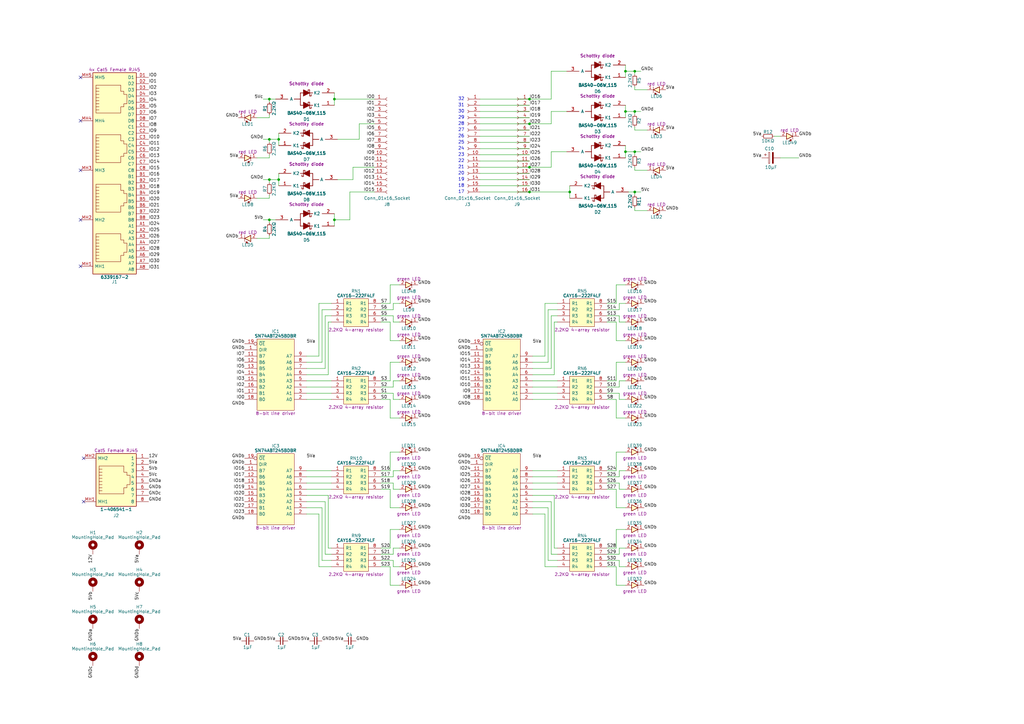
<source format=kicad_sch>
(kicad_sch (version 20250114) (generator "eeschema") (generator_version "9.0")
  (paper "A3")
  (title_block (title "32pin Component Tester") (date "2025-08-19") (rev "V1"))
  (lib_symbols
    (symbol "Bourns:CAY16-222F4LF" (pin_names (offset 0.762))
      (property "Reference" "RN" (at 10.16 5.08 0))
      (property "Value" "CAY16-222F4LF" (at 10.16 3.175 0))
      (property "Description" "2.2KΩ 4-array resistor" (at 10.16 -10.795 0))
      (symbol "CAY16-222F4LF_0_0"
        (pin passive line (at 0 0 0) (length 5.08) (name "R1") (number "1"))
        (pin passive line (at 0 -2.54 0) (length 5.08) (name "R2") (number "2"))
        (pin passive line (at 0 -5.08 0) (length 5.08) (name "R3") (number "3"))
        (pin passive line (at 0 -7.62 0) (length 5.08) (name "R4") (number "4"))
        (pin passive line (at 20.32 0 180) (length 5.08) (name "R1") (number "8"))
        (pin passive line (at 20.32 -2.54 180) (length 5.08) (name "R2") (number "7"))
        (pin passive line (at 20.32 -5.08 180) (length 5.08) (name "R3") (number "6"))
        (pin passive line (at 20.32 -7.62 180) (length 5.08) (name "R4") (number "5"))
      )
    )
    (symbol "Connector:Conn_01x16_Socket" (pin_names (offset 1.016) (hide yes))
      (property "Reference" "J" (at 0 20.32 0))
      (property "Value" "Conn_01x16_Socket" (at 0 -22.86 0))
      (symbol "Conn_01x16_Socket_1_1"
        (pin passive line (at -5.08 17.78 0) (length 3.81) (name "Pin_1") (number "1"))
        (pin passive line (at -5.08 15.24 0) (length 3.81) (name "Pin_2") (number "2"))
        (pin passive line (at -5.08 12.7 0) (length 3.81) (name "Pin_3") (number "3"))
        (pin passive line (at -5.08 10.16 0) (length 3.81) (name "Pin_4") (number "4"))
        (pin passive line (at -5.08 7.62 0) (length 3.81) (name "Pin_5") (number "5"))
        (pin passive line (at -5.08 5.08 0) (length 3.81) (name "Pin_6") (number "6"))
        (pin passive line (at -5.08 2.54 0) (length 3.81) (name "Pin_7") (number "7"))
        (pin passive line (at -5.08 0 0) (length 3.81) (name "Pin_8") (number "8"))
        (pin passive line (at -5.08 -2.54 0) (length 3.81) (name "Pin_9") (number "9"))
        (pin passive line (at -5.08 -5.08 0) (length 3.81) (name "Pin_10") (number "10"))
        (pin passive line (at -5.08 -7.62 0) (length 3.81) (name "Pin_11") (number "11"))
        (pin passive line (at -5.08 -10.16 0) (length 3.81) (name "Pin_12") (number "12"))
        (pin passive line (at -5.08 -12.7 0) (length 3.81) (name "Pin_13") (number "13"))
        (pin passive line (at -5.08 -15.24 0) (length 3.81) (name "Pin_14") (number "14"))
        (pin passive line (at -5.08 -17.78 0) (length 3.81) (name "Pin_15") (number "15"))
        (pin passive line (at -5.08 -20.32 0) (length 3.81) (name "Pin_16") (number "16"))
      )
    )
    (symbol "HCP65:C_0805" (pin_numbers (hide yes)) (pin_names (offset 0.254) (hide yes))
      (property "Reference" "C" (at 2.286 2.54 0))
      (property "Value" "?μF" (at 2.54 -2.54 0))
      (symbol "C_0805_1_1"
        (pin passive line (at 0 0 0) (length 2.032) (name "~") (number "1"))
        (pin passive line (at 5.08 0 180) (length 2.032) (name "~") (number "2"))
      )
    )
    (symbol "HCP65:C_Radial_D4.0mm_P2.00mm" (pin_numbers (hide yes)) (pin_names (offset 0.254))
      (property "Reference" "C" (at 0.635 2.54 0))
      (property "Value" "?μF" (at 0.635 -2.54 0))
      (symbol "C_Radial_D4.0mm_P2.00mm_1_1"
        (pin passive line (at 0 3.81 270) (length 2.794) (name "~") (number "1"))
        (pin passive line (at 0 -3.81 90) (length 2.794) (name "~") (number "2"))
      )
    )
    (symbol "HCP65:R_0805" (pin_numbers (hide yes)) (pin_names (hide yes))
      (property "Reference" "R" (at 2.54 1.778 0))
      (property "Value" "?Ω" (at 2.54 -1.905 0))
      (symbol "R_0805_1_1"
        (pin passive line (at 0 0 0) (length 0.72) (name "~") (number "1"))
        (pin passive line (at 5.08 0 180) (length 0.72) (name "~") (number "2"))
      )
    )
    (symbol "Mechanical:MountingHole_Pad" (pin_numbers (hide yes)) (pin_names (offset 1.016) (hide yes)) (in_bom no)
      (property "Reference" "H" (at 0 6.35 0))
      (property "Value" "MountingHole_Pad" (at 0 4.445 0))
      (symbol "MountingHole_Pad_1_1"
        (pin input line (at 0 -2.54 90) (length 2.54) (name "1") (number "1"))
      )
    )
    (symbol "Nexperia:BAS40-06W,115" (pin_names (offset 0.762))
      (property "Reference" "D" (at 2.54 -5.715 0))
      (property "Value" "BAS40-06W,115" (at 2.54 -8.255 0))
      (property "Description" "Schottky diode" (at 2.54 -20.32 0))
      (symbol "BAS40-06W,115_0_0"
        (pin passive line (at -8.89 -11.43 0) (length 5.08) (name "K1") (number "1"))
        (pin passive line (at -8.89 -16.51 0) (length 5.08) (name "K2") (number "2"))
      )
      (symbol "BAS40-06W,115_1_0"
        (pin passive line (at 15.24 -13.97 180) (length 5.08) (name "A") (number "3"))
      )
    )
    (symbol "TE_Connectivity:1-406541-1" (pin_names (offset 0.762))
      (property "Reference" "J" (at -13.335 5.715 0))
      (property "Value" "1-406541-1" (at -13.335 3.175 0))
      (property "Description" "Cat5 Female RJ45" (at -13.335 -20.955 0))
      (symbol "1-406541-1_0_0"
        (pin passive line (at 0 0 180) (length 5.08) (name "8") (number "8"))
        (pin passive line (at 0 -2.54 180) (length 5.08) (name "7") (number "7"))
        (pin passive line (at 0 -5.08 180) (length 5.08) (name "6") (number "6"))
        (pin passive line (at 0 -7.62 180) (length 5.08) (name "5") (number "5"))
        (pin passive line (at 0 -10.16 180) (length 5.08) (name "4") (number "4"))
        (pin passive line (at 0 -12.7 180) (length 5.08) (name "3") (number "3"))
        (pin passive line (at 0 -15.24 180) (length 5.08) (name "2") (number "2"))
        (pin passive line (at 0 -17.78 180) (length 5.08) (name "1") (number "1"))
      )
      (symbol "1-406541-1_1_0"
        (pin passive line (at -26.67 0 0) (length 5.08) (name "MH1") (number "MH1"))
        (pin passive line (at -26.67 -17.78 0) (length 5.08) (name "MH2") (number "MH2"))
      )
    )
    (symbol "TE_Connectivity:6339167-2" (pin_names (offset 0.762))
      (property "Reference" "J" (at -13.97 5.08 0))
      (property "Value" "6339167-2" (at -13.97 3.175 0))
      (property "Description" "4x Cat5 Female RJ45" (at -13.97 -81.915 0))
      (symbol "6339167-2_0_0"
        (pin passive line (at -27.94 -1.27 0) (length 5.08) (name "MH1") (number "MH1"))
        (pin passive line (at -27.94 -20.32 0) (length 5.08) (name "MH2") (number "MH2"))
        (pin passive line (at -27.94 -40.64 0) (length 5.08) (name "MH3") (number "MH3"))
        (pin passive line (at -27.94 -60.96 0) (length 5.08) (name "MH4") (number "MH4"))
        (pin passive line (at -27.94 -78.74 0) (length 5.08) (name "MH5") (number "MH5"))
        (pin passive line (at 0 0 180) (length 5.08) (name "A8") (number "A8"))
        (pin passive line (at 0 -2.54 180) (length 5.08) (name "A7") (number "A7"))
        (pin passive line (at 0 -5.08 180) (length 5.08) (name "A6") (number "A6"))
        (pin passive line (at 0 -7.62 180) (length 5.08) (name "A5") (number "A5"))
        (pin passive line (at 0 -10.16 180) (length 5.08) (name "A4") (number "A4"))
        (pin passive line (at 0 -12.7 180) (length 5.08) (name "A3") (number "A3"))
        (pin passive line (at 0 -15.24 180) (length 5.08) (name "A2") (number "A2"))
        (pin passive line (at 0 -17.78 180) (length 5.08) (name "A1") (number "A1"))
        (pin passive line (at 0 -20.32 180) (length 5.08) (name "B8") (number "B8"))
        (pin passive line (at 0 -22.86 180) (length 5.08) (name "B7") (number "B7"))
        (pin passive line (at 0 -25.4 180) (length 5.08) (name "B6") (number "B6"))
        (pin passive line (at 0 -27.94 180) (length 5.08) (name "B5") (number "B5"))
        (pin passive line (at 0 -30.48 180) (length 5.08) (name "B4") (number "B4"))
        (pin passive line (at 0 -33.02 180) (length 5.08) (name "B3") (number "B3"))
        (pin passive line (at 0 -35.56 180) (length 5.08) (name "B2") (number "B2"))
        (pin passive line (at 0 -38.1 180) (length 5.08) (name "B1") (number "B1"))
        (pin passive line (at 0 -40.64 180) (length 5.08) (name "C8") (number "C8"))
        (pin passive line (at 0 -43.18 180) (length 5.08) (name "C7") (number "C7"))
        (pin passive line (at 0 -45.72 180) (length 5.08) (name "C6") (number "C6"))
        (pin passive line (at 0 -48.26 180) (length 5.08) (name "C5") (number "C5"))
        (pin passive line (at 0 -50.8 180) (length 5.08) (name "C4") (number "C4"))
        (pin passive line (at 0 -53.34 180) (length 5.08) (name "C3") (number "C3"))
        (pin passive line (at 0 -55.88 180) (length 5.08) (name "C2") (number "C2"))
        (pin passive line (at 0 -58.42 180) (length 5.08) (name "C1") (number "C1"))
        (pin passive line (at 0 -60.96 180) (length 5.08) (name "D8") (number "D8"))
        (pin passive line (at 0 -63.5 180) (length 5.08) (name "D7") (number "D7"))
        (pin passive line (at 0 -66.04 180) (length 5.08) (name "D6") (number "D6"))
        (pin passive line (at 0 -68.58 180) (length 5.08) (name "D5") (number "D5"))
        (pin passive line (at 0 -71.12 180) (length 5.08) (name "D4") (number "D4"))
        (pin passive line (at 0 -73.66 180) (length 5.08) (name "D3") (number "D3"))
        (pin passive line (at 0 -76.2 180) (length 5.08) (name "D2") (number "D2"))
        (pin passive line (at 0 -78.74 180) (length 5.08) (name "D1") (number "D1"))
      )
    )
    (symbol "Texas_Instruments:SN74ABT245BDBR" (pin_names (offset 0.762))
      (property "Reference" "IC" (at 12.7 5.08 0))
      (property "Value" "SN74ABT245BDBR" (at 12.7 3.175 0))
      (property "Description" "8-bit line driver" (at 12.7 -28.575 0))
      (symbol "SN74ABT245BDBR_0_0"
        (pin input inverted (at 0 0 0) (length 5.08) (name "~{OE}") (number "19"))
        (pin input line (at 0 -2.54 0) (length 5.08) (name "DIR") (number "1"))
        (pin tri_state line (at 0 -5.08 0) (length 5.08) (name "B7") (number "11"))
        (pin tri_state line (at 0 -7.62 0) (length 5.08) (name "B6") (number "12"))
        (pin tri_state line (at 0 -10.16 0) (length 5.08) (name "B5") (number "13"))
        (pin tri_state line (at 0 -12.7 0) (length 5.08) (name "B4") (number "14"))
        (pin tri_state line (at 0 -15.24 0) (length 5.08) (name "B3") (number "15"))
        (pin tri_state line (at 0 -17.78 0) (length 5.08) (name "B2") (number "16"))
        (pin tri_state line (at 0 -20.32 0) (length 5.08) (name "B1") (number "17"))
        (pin tri_state line (at 0 -22.86 0) (length 5.08) (name "B0") (number "18"))
        (pin passive line (at 0 -25.4 0) (length 5.08) (hide yes) (name "GND") (number "10"))
        (pin passive line (at 25.4 0 180) (length 5.08) (hide yes) (name "5V") (number "20"))
        (pin tri_state line (at 25.4 -5.08 180) (length 5.08) (name "A7") (number "9"))
        (pin tri_state line (at 25.4 -7.62 180) (length 5.08) (name "A6") (number "8"))
        (pin tri_state line (at 25.4 -10.16 180) (length 5.08) (name "A5") (number "7"))
        (pin tri_state line (at 25.4 -12.7 180) (length 5.08) (name "A4") (number "6"))
        (pin tri_state line (at 25.4 -15.24 180) (length 5.08) (name "A3") (number "5"))
        (pin tri_state line (at 25.4 -17.78 180) (length 5.08) (name "A2") (number "4"))
        (pin tri_state line (at 25.4 -20.32 180) (length 5.08) (name "A1") (number "3"))
        (pin tri_state line (at 25.4 -22.86 180) (length 5.08) (name "A0") (number "2"))
      )
    )
    (symbol "Wurth_Elektronik:150224SS73100" (pin_names (offset 0.762))
      (property "Reference" "LED" (at 0 1.905 0))
      (property "Description" "red LED" (at 0 -3.175 0))
      (symbol "150224SS73100_0_0"
        (pin passive line (at -3.81 0 0) (length 2.54) (name "~") (number "1"))
        (pin passive line (at 3.81 0 180) (length 2.54) (name "~") (number "2"))
      )
    )
    (symbol "Wurth_Elektronik:150224VS73100A" (pin_names (offset 0.762))
      (property "Reference" "LED" (at 0 1.905 0))
      (property "Description" "green LED" (at 0 -3.175 0))
      (symbol "150224VS73100A_0_0"
        (pin passive line (at -3.81 0 0) (length 2.54) (name "") (number "1"))
        (pin passive line (at 3.81 0 180) (length 2.54) (name "~") (number "2"))
      )
    )
  )
  (text "28" (at 190.5 50.8 0) (effects (font (size 1.27 1.27)) (justify right)))
  (text "21" (at 190.5 68.58 0) (effects (font (size 1.27 1.27)) (justify right)))
  (text "32" (at 190.5 40.64 0) (effects (font (size 1.27 1.27)) (justify right)))
  (text "20" (at 190.5 71.12 0) (effects (font (size 1.27 1.27)) (justify right)))
  (text "23" (at 190.5 63.5 0) (effects (font (size 1.27 1.27)) (justify right)))
  (text "17" (at 190.5 78.74 0) (effects (font (size 1.27 1.27)) (justify right)))
  (text "19" (at 190.5 73.66 0) (effects (font (size 1.27 1.27)) (justify right)))
  (text "18" (at 190.5 76.2 0) (effects (font (size 1.27 1.27)) (justify right)))
  (text "26" (at 190.5 55.88 0) (effects (font (size 1.27 1.27)) (justify right)))
  (text "25" (at 190.5 58.42 0) (effects (font (size 1.27 1.27)) (justify right)))
  (text "22" (at 190.5 66.04 0) (effects (font (size 1.27 1.27)) (justify right)))
  (text "29" (at 190.5 48.26 0) (effects (font (size 1.27 1.27)) (justify right)))
  (text "31" (at 190.5 43.18 0) (effects (font (size 1.27 1.27)) (justify right)))
  (text "24" (at 190.5 60.96 0) (effects (font (size 1.27 1.27)) (justify right)))
  (text "27" (at 190.5 53.34 0) (effects (font (size 1.27 1.27)) (justify right)))
  (text "30" (at 190.5 45.72 0) (effects (font (size 1.27 1.27)) (justify right)))
  (junction (at 114.3 57.15))
  (junction (at 110.49 90.17))
  (junction (at 260.35 29.21))
  (junction (at 260.35 78.74))
  (junction (at 137.16 40.64))
  (junction (at 217.17 50.8))
  (junction (at 110.49 57.15))
  (junction (at 217.17 68.58))
  (junction (at 256.54 29.21))
  (junction (at 137.16 90.17))
  (junction (at 233.68 78.74))
  (junction (at 114.3 73.66))
  (junction (at 256.54 62.23))
  (junction (at 217.17 78.74))
  (junction (at 256.54 45.72))
  (junction (at 110.49 40.64))
  (junction (at 217.17 40.64))
  (junction (at 260.35 62.23))
  (junction (at 110.49 73.66))
  (junction (at 260.35 45.72))
  (no_connect (at 34.29 187.96))
  (no_connect (at 33.02 49.53))
  (no_connect (at 34.29 205.74))
  (no_connect (at 33.02 90.17))
  (no_connect (at 33.02 69.85))
  (no_connect (at 33.02 31.75))
  (no_connect (at 33.02 109.22))
  (wire (pts (xy 161.29 224.79) (xy 163.83 224.79)))
  (wire (pts (xy 196.85 76.2) (xy 217.17 76.2)))
  (wire (pts (xy 252.73 193.04) (xy 248.92 193.04)))
  (wire (pts (xy 227.33 153.67) (xy 227.33 132.08)))
  (wire (pts (xy 254 132.08) (xy 256.54 132.08)))
  (wire (pts (xy 160.02 200.66) (xy 156.21 200.66)))
  (wire (pts (xy 130.81 146.05) (xy 125.73 146.05)))
  (wire (pts (xy 143.51 78.74) (xy 143.51 90.17)))
  (wire (pts (xy 147.32 50.8) (xy 153.67 50.8)))
  (wire (pts (xy 110.49 48.26) (xy 105.41 48.26)))
  (wire (pts (xy 163.83 139.7) (xy 160.02 139.7)))
  (wire (pts (xy 161.29 132.08) (xy 163.83 132.08)))
  (wire (pts (xy 160.02 163.83) (xy 156.21 163.83)))
  (wire (pts (xy 254 158.75) (xy 248.92 158.75)))
  (wire (pts (xy 226.06 151.13) (xy 218.44 151.13)))
  (wire (pts (xy 228.6 129.54) (xy 226.06 129.54)))
  (wire (pts (xy 218.44 200.66) (xy 228.6 200.66)))
  (wire (pts (xy 218.44 158.75) (xy 228.6 158.75)))
  (wire (pts (xy 256.54 29.21) (xy 256.54 31.75)))
  (wire (pts (xy 161.29 232.41) (xy 161.29 229.87)))
  (wire (pts (xy 252.73 156.21) (xy 248.92 156.21)))
  (wire (pts (xy 254 156.21) (xy 254 158.75)))
  (wire (pts (xy 227.33 224.79) (xy 228.6 224.79)))
  (wire (pts (xy 254 200.66) (xy 254 198.12)))
  (wire (pts (xy 320.04 55.88) (xy 317.5 55.88)))
  (wire (pts (xy 226.06 227.33) (xy 226.06 205.74)))
  (wire (pts (xy 132.08 127) (xy 132.08 148.59)))
  (wire (pts (xy 254 129.54) (xy 254 132.08)))
  (wire (pts (xy 223.52 124.46) (xy 223.52 146.05)))
  (wire (pts (xy 160.02 224.79) (xy 156.21 224.79)))
  (wire (pts (xy 252.73 240.03) (xy 252.73 232.41)))
  (wire (pts (xy 223.52 146.05) (xy 218.44 146.05)))
  (wire (pts (xy 248.92 227.33) (xy 254 227.33)))
  (wire (pts (xy 156.21 129.54) (xy 161.29 129.54)))
  (wire (pts (xy 260.35 36.83) (xy 265.43 36.83)))
  (wire (pts (xy 252.73 124.46) (xy 248.92 124.46)))
  (wire (pts (xy 133.35 205.74) (xy 125.73 205.74)))
  (wire (pts (xy 137.16 38.1) (xy 137.16 40.64)))
  (wire (pts (xy 110.49 57.15) (xy 110.49 58.42)))
  (wire (pts (xy 233.68 78.74) (xy 233.68 76.2)))
  (wire (pts (xy 110.49 57.15) (xy 107.95 57.15)))
  (wire (pts (xy 160.02 156.21) (xy 156.21 156.21)))
  (wire (pts (xy 161.29 163.83) (xy 163.83 163.83)))
  (wire (pts (xy 196.85 68.58) (xy 217.17 68.58)))
  (wire (pts (xy 161.29 227.33) (xy 161.29 224.79)))
  (wire (pts (xy 153.67 78.74) (xy 143.51 78.74)))
  (wire (pts (xy 163.83 116.84) (xy 160.02 116.84)))
  (wire (pts (xy 110.49 64.77) (xy 105.41 64.77)))
  (wire (pts (xy 254 224.79) (xy 256.54 224.79)))
  (wire (pts (xy 256.54 116.84) (xy 252.73 116.84)))
  (wire (pts (xy 254 198.12) (xy 248.92 198.12)))
  (wire (pts (xy 254 161.29) (xy 254 163.83)))
  (wire (pts (xy 125.73 203.2) (xy 134.62 203.2)))
  (wire (pts (xy 260.35 85.09) (xy 260.35 86.36)))
  (wire (pts (xy 137.16 90.17) (xy 137.16 92.71)))
  (wire (pts (xy 228.6 127) (xy 224.79 127)))
  (wire (pts (xy 137.16 40.64) (xy 137.16 43.18)))
  (wire (pts (xy 254 193.04) (xy 256.54 193.04)))
  (wire (pts (xy 260.35 68.58) (xy 260.35 69.85)))
  (wire (pts (xy 327.66 64.77) (xy 320.04 64.77)))
  (wire (pts (xy 218.44 161.29) (xy 228.6 161.29)))
  (wire (pts (xy 256.54 45.72) (xy 256.54 43.18)))
  (wire (pts (xy 133.35 129.54) (xy 133.35 151.13)))
  (wire (pts (xy 133.35 227.33) (xy 133.35 205.74)))
  (wire (pts (xy 256.54 45.72) (xy 256.54 48.26)))
  (wire (pts (xy 248.92 161.29) (xy 254 161.29)))
  (wire (pts (xy 134.62 224.79) (xy 135.89 224.79)))
  (wire (pts (xy 132.08 148.59) (xy 125.73 148.59)))
  (wire (pts (xy 233.68 78.74) (xy 233.68 81.28)))
  (wire (pts (xy 130.81 232.41) (xy 130.81 210.82)))
  (wire (pts (xy 161.29 127) (xy 156.21 127)))
  (wire (pts (xy 110.49 81.28) (xy 105.41 81.28)))
  (wire (pts (xy 196.85 63.5) (xy 217.17 63.5)))
  (wire (pts (xy 125.73 200.66) (xy 135.89 200.66)))
  (wire (pts (xy 224.79 229.87) (xy 224.79 208.28)))
  (wire (pts (xy 252.73 200.66) (xy 248.92 200.66)))
  (wire (pts (xy 226.06 68.58) (xy 226.06 62.23)))
  (wire (pts (xy 135.89 227.33) (xy 133.35 227.33)))
  (wire (pts (xy 130.81 210.82) (xy 125.73 210.82)))
  (wire (pts (xy 135.89 124.46) (xy 130.81 124.46)))
  (wire (pts (xy 260.35 45.72) (xy 262.89 45.72)))
  (wire (pts (xy 114.3 73.66) (xy 110.49 73.66)))
  (wire (pts (xy 110.49 40.64) (xy 110.49 41.91)))
  (wire (pts (xy 254 127) (xy 248.92 127)))
  (wire (pts (xy 163.83 148.59) (xy 160.02 148.59)))
  (wire (pts (xy 196.85 55.88) (xy 217.17 55.88)))
  (wire (pts (xy 110.49 97.79) (xy 105.41 97.79)))
  (wire (pts (xy 256.54 217.17) (xy 252.73 217.17)))
  (wire (pts (xy 260.35 45.72) (xy 260.35 46.99)))
  (wire (pts (xy 226.06 205.74) (xy 218.44 205.74)))
  (wire (pts (xy 254 232.41) (xy 254 229.87)))
  (wire (pts (xy 252.73 171.45) (xy 252.73 163.83)))
  (wire (pts (xy 134.62 153.67) (xy 134.62 132.08)))
  (wire (pts (xy 226.06 62.23) (xy 232.41 62.23)))
  (wire (pts (xy 252.73 163.83) (xy 248.92 163.83)))
  (wire (pts (xy 260.35 62.23) (xy 260.35 63.5)))
  (wire (pts (xy 114.3 57.15) (xy 114.3 59.69)))
  (wire (pts (xy 218.44 195.58) (xy 228.6 195.58)))
  (wire (pts (xy 256.54 156.21) (xy 254 156.21)))
  (wire (pts (xy 218.44 156.21) (xy 228.6 156.21)))
  (wire (pts (xy 256.54 232.41) (xy 254 232.41)))
  (wire (pts (xy 161.29 198.12) (xy 156.21 198.12)))
  (wire (pts (xy 137.16 90.17) (xy 143.51 90.17)))
  (wire (pts (xy 113.03 90.17) (xy 110.49 90.17)))
  (wire (pts (xy 260.35 86.36) (xy 265.43 86.36)))
  (wire (pts (xy 254 229.87) (xy 248.92 229.87)))
  (wire (pts (xy 256.54 208.28) (xy 252.73 208.28)))
  (wire (pts (xy 256.54 45.72) (xy 260.35 45.72)))
  (wire (pts (xy 114.3 57.15) (xy 114.3 54.61)))
  (wire (pts (xy 125.73 156.21) (xy 135.89 156.21)))
  (wire (pts (xy 226.06 29.21) (xy 232.41 29.21)))
  (wire (pts (xy 218.44 163.83) (xy 228.6 163.83)))
  (wire (pts (xy 256.54 62.23) (xy 256.54 59.69)))
  (wire (pts (xy 125.73 195.58) (xy 135.89 195.58)))
  (wire (pts (xy 254 124.46) (xy 254 127)))
  (wire (pts (xy 248.92 129.54) (xy 254 129.54)))
  (wire (pts (xy 161.29 129.54) (xy 161.29 132.08)))
  (wire (pts (xy 163.83 200.66) (xy 161.29 200.66)))
  (wire (pts (xy 160.02 132.08) (xy 156.21 132.08)))
  (wire (pts (xy 163.83 232.41) (xy 161.29 232.41)))
  (wire (pts (xy 252.73 224.79) (xy 248.92 224.79)))
  (wire (pts (xy 260.35 69.85) (xy 265.43 69.85)))
  (wire (pts (xy 135.89 127) (xy 132.08 127)))
  (wire (pts (xy 196.85 60.96) (xy 217.17 60.96)))
  (wire (pts (xy 161.29 124.46) (xy 161.29 127)))
  (wire (pts (xy 252.73 148.59) (xy 252.73 156.21)))
  (wire (pts (xy 137.16 87.63) (xy 137.16 90.17)))
  (wire (pts (xy 160.02 240.03) (xy 160.02 232.41)))
  (wire (pts (xy 196.85 40.64) (xy 217.17 40.64)))
  (wire (pts (xy 114.3 57.15) (xy 110.49 57.15)))
  (wire (pts (xy 163.83 240.03) (xy 160.02 240.03)))
  (wire (pts (xy 144.78 73.66) (xy 144.78 68.58)))
  (wire (pts (xy 196.85 58.42) (xy 217.17 58.42)))
  (wire (pts (xy 160.02 148.59) (xy 160.02 156.21)))
  (wire (pts (xy 135.89 129.54) (xy 133.35 129.54)))
  (wire (pts (xy 156.21 227.33) (xy 161.29 227.33)))
  (wire (pts (xy 254 227.33) (xy 254 224.79)))
  (wire (pts (xy 110.49 90.17) (xy 110.49 91.44)))
  (wire (pts (xy 161.29 229.87) (xy 156.21 229.87)))
  (wire (pts (xy 163.83 185.42) (xy 160.02 185.42)))
  (wire (pts (xy 248.92 195.58) (xy 254 195.58)))
  (wire (pts (xy 160.02 232.41) (xy 156.21 232.41)))
  (wire (pts (xy 217.17 68.58) (xy 226.06 68.58)))
  (wire (pts (xy 134.62 132.08) (xy 135.89 132.08)))
  (wire (pts (xy 135.89 232.41) (xy 130.81 232.41)))
  (wire (pts (xy 132.08 229.87) (xy 132.08 208.28)))
  (wire (pts (xy 256.54 240.03) (xy 252.73 240.03)))
  (wire (pts (xy 256.54 148.59) (xy 252.73 148.59)))
  (wire (pts (xy 137.16 40.64) (xy 153.67 40.64)))
  (wire (pts (xy 144.78 68.58) (xy 153.67 68.58)))
  (wire (pts (xy 218.44 198.12) (xy 228.6 198.12)))
  (wire (pts (xy 156.21 195.58) (xy 161.29 195.58)))
  (wire (pts (xy 125.73 193.04) (xy 135.89 193.04)))
  (wire (pts (xy 160.02 124.46) (xy 156.21 124.46)))
  (wire (pts (xy 196.85 78.74) (xy 217.17 78.74)))
  (wire (pts (xy 256.54 124.46) (xy 254 124.46)))
  (wire (pts (xy 254 163.83) (xy 256.54 163.83)))
  (wire (pts (xy 260.35 29.21) (xy 262.89 29.21)))
  (wire (pts (xy 260.35 52.07) (xy 260.35 53.34)))
  (wire (pts (xy 228.6 124.46) (xy 223.52 124.46)))
  (wire (pts (xy 110.49 90.17) (xy 107.95 90.17)))
  (wire (pts (xy 163.83 171.45) (xy 160.02 171.45)))
  (wire (pts (xy 147.32 50.8) (xy 147.32 57.15)))
  (wire (pts (xy 196.85 45.72) (xy 217.17 45.72)))
  (wire (pts (xy 125.73 198.12) (xy 135.89 198.12)))
  (wire (pts (xy 163.83 208.28) (xy 160.02 208.28)))
  (wire (pts (xy 260.35 35.56) (xy 260.35 36.83)))
  (wire (pts (xy 110.49 73.66) (xy 107.95 73.66)))
  (wire (pts (xy 110.49 80.01) (xy 110.49 81.28)))
  (wire (pts (xy 256.54 139.7) (xy 252.73 139.7)))
  (wire (pts (xy 252.73 232.41) (xy 248.92 232.41)))
  (wire (pts (xy 256.54 200.66) (xy 254 200.66)))
  (wire (pts (xy 160.02 217.17) (xy 160.02 224.79)))
  (wire (pts (xy 161.29 195.58) (xy 161.29 193.04)))
  (wire (pts (xy 256.54 185.42) (xy 252.73 185.42)))
  (wire (pts (xy 223.52 210.82) (xy 218.44 210.82)))
  (wire (pts (xy 252.73 116.84) (xy 252.73 124.46)))
  (wire (pts (xy 156.21 161.29) (xy 161.29 161.29)))
  (wire (pts (xy 125.73 161.29) (xy 135.89 161.29)))
  (wire (pts (xy 161.29 161.29) (xy 161.29 163.83)))
  (wire (pts (xy 256.54 171.45) (xy 252.73 171.45)))
  (wire (pts (xy 161.29 156.21) (xy 161.29 158.75)))
  (wire (pts (xy 260.35 78.74) (xy 260.35 80.01)))
  (wire (pts (xy 256.54 29.21) (xy 256.54 26.67)))
  (wire (pts (xy 125.73 153.67) (xy 134.62 153.67)))
  (wire (pts (xy 257.81 78.74) (xy 260.35 78.74)))
  (wire (pts (xy 227.33 132.08) (xy 228.6 132.08)))
  (wire (pts (xy 196.85 53.34) (xy 217.17 53.34)))
  (wire (pts (xy 196.85 50.8) (xy 217.17 50.8)))
  (wire (pts (xy 196.85 66.04) (xy 217.17 66.04)))
  (wire (pts (xy 160.02 116.84) (xy 160.02 124.46)))
  (wire (pts (xy 132.08 208.28) (xy 125.73 208.28)))
  (wire (pts (xy 227.33 203.2) (xy 227.33 224.79)))
  (wire (pts (xy 217.17 78.74) (xy 233.68 78.74)))
  (wire (pts (xy 260.35 29.21) (xy 260.35 30.48)))
  (wire (pts (xy 196.85 73.66) (xy 217.17 73.66)))
  (wire (pts (xy 218.44 193.04) (xy 228.6 193.04)))
  (wire (pts (xy 252.73 208.28) (xy 252.73 200.66)))
  (wire (pts (xy 228.6 229.87) (xy 224.79 229.87)))
  (wire (pts (xy 260.35 62.23) (xy 262.89 62.23)))
  (wire (pts (xy 256.54 62.23) (xy 256.54 64.77)))
  (wire (pts (xy 252.73 139.7) (xy 252.73 132.08)))
  (wire (pts (xy 226.06 29.21) (xy 226.06 40.64)))
  (wire (pts (xy 125.73 158.75) (xy 135.89 158.75)))
  (wire (pts (xy 252.73 217.17) (xy 252.73 224.79)))
  (wire (pts (xy 226.06 50.8) (xy 217.17 50.8)))
  (wire (pts (xy 161.29 193.04) (xy 163.83 193.04)))
  (wire (pts (xy 110.49 63.5) (xy 110.49 64.77)))
  (wire (pts (xy 147.32 57.15) (xy 138.43 57.15)))
  (wire (pts (xy 135.89 229.87) (xy 132.08 229.87)))
  (wire (pts (xy 218.44 203.2) (xy 227.33 203.2)))
  (wire (pts (xy 256.54 62.23) (xy 260.35 62.23)))
  (wire (pts (xy 252.73 185.42) (xy 252.73 193.04)))
  (wire (pts (xy 256.54 29.21) (xy 260.35 29.21)))
  (wire (pts (xy 226.06 45.72) (xy 232.41 45.72)))
  (wire (pts (xy 163.83 217.17) (xy 160.02 217.17)))
  (wire (pts (xy 110.49 46.99) (xy 110.49 48.26)))
  (wire (pts (xy 226.06 45.72) (xy 226.06 50.8)))
  (wire (pts (xy 160.02 139.7) (xy 160.02 132.08)))
  (wire (pts (xy 218.44 153.67) (xy 227.33 153.67)))
  (wire (pts (xy 134.62 203.2) (xy 134.62 224.79)))
  (wire (pts (xy 130.81 124.46) (xy 130.81 146.05)))
  (wire (pts (xy 224.79 208.28) (xy 218.44 208.28)))
  (wire (pts (xy 254 195.58) (xy 254 193.04)))
  (wire (pts (xy 196.85 71.12) (xy 217.17 71.12)))
  (wire (pts (xy 196.85 43.18) (xy 217.17 43.18)))
  (wire (pts (xy 161.29 158.75) (xy 156.21 158.75)))
  (wire (pts (xy 110.49 96.52) (xy 110.49 97.79)))
  (wire (pts (xy 226.06 129.54) (xy 226.06 151.13)))
  (wire (pts (xy 260.35 78.74) (xy 262.89 78.74)))
  (wire (pts (xy 163.83 156.21) (xy 161.29 156.21)))
  (wire (pts (xy 224.79 148.59) (xy 218.44 148.59)))
  (wire (pts (xy 196.85 48.26) (xy 217.17 48.26)))
  (wire (pts (xy 133.35 151.13) (xy 125.73 151.13)))
  (wire (pts (xy 114.3 73.66) (xy 114.3 76.2)))
  (wire (pts (xy 160.02 171.45) (xy 160.02 163.83)))
  (wire (pts (xy 110.49 40.64) (xy 107.95 40.64)))
  (wire (pts (xy 217.17 40.64) (xy 226.06 40.64)))
  (wire (pts (xy 160.02 193.04) (xy 156.21 193.04)))
  (wire (pts (xy 163.83 124.46) (xy 161.29 124.46)))
  (wire (pts (xy 228.6 227.33) (xy 226.06 227.33)))
  (wire (pts (xy 228.6 232.41) (xy 223.52 232.41)))
  (wire (pts (xy 160.02 185.42) (xy 160.02 193.04)))
  (wire (pts (xy 223.52 232.41) (xy 223.52 210.82)))
  (wire (pts (xy 252.73 132.08) (xy 248.92 132.08)))
  (wire (pts (xy 113.03 40.64) (xy 110.49 40.64)))
  (wire (pts (xy 224.79 127) (xy 224.79 148.59)))
  (wire (pts (xy 160.02 208.28) (xy 160.02 200.66)))
  (wire (pts (xy 125.73 163.83) (xy 135.89 163.83)))
  (wire (pts (xy 260.35 53.34) (xy 265.43 53.34)))
  (wire (pts (xy 110.49 73.66) (xy 110.49 74.93)))
  (wire (pts (xy 161.29 200.66) (xy 161.29 198.12)))
  (wire (pts (xy 144.78 73.66) (xy 138.43 73.66)))
  (wire (pts (xy 114.3 73.66) (xy 114.3 71.12)))
  (label "GNDb" (at 171.45 200.66 0))
  (label "GNDd" (at 262.89 45.72 0))
  (label "S6" (at 156.21 127 0))
  (label "S12" (at 248.92 132.08 0))
  (label "5Va" (at 127 262.89 180))
  (label "S17" (at 156.21 195.58 0))
  (label "5Va" (at 218.44 140.97 0))
  (label "GNDb" (at 193.04 140.97 180))
  (label "IO13" (at 153.67 73.66 180))
  (label "GNDb" (at 264.16 139.7 0))
  (label "IO5" (at 60.96 44.45 0))
  (label "S19" (at 156.21 200.66 0))
  (label "GNDd" (at 60.96 205.74 0))
  (label "GNDb" (at 171.45 132.08 0))
  (label "GNDb" (at 171.45 156.21 0))
  (label "GNDb" (at 264.16 163.83 0))
  (label "IO29" (at 60.96 105.41 0))
  (label "S15" (at 248.92 124.46 0))
  (label "GNDb" (at 171.45 163.83 0))
  (label "IO9" (at 153.67 63.5 180))
  (label "IO4" (at 60.96 41.91 0))
  (label "5Va" (at 113.03 262.89 180))
  (label "IO1" (at 153.67 43.18 180))
  (label "IO2" (at 153.67 45.72 180))
  (label "5Va" (at 312.42 64.77 180))
  (label "IO12" (at 60.96 62.23 0))
  (label "GNDb" (at 264.16 156.21 0))
  (label "IO17" (at 60.96 74.93 0))
  (label "5Vc" (at 107.95 40.64 180))
  (label "IO8" (at 153.67 60.96 180))
  (label "GNDb" (at 171.45 124.46 0))
  (label "GNDb" (at 171.45 208.28 0))
  (label "GNDb" (at 171.45 240.03 0))
  (label "IO23" (at 100.33 210.82 180))
  (label "IO19" (at 100.33 200.66 180))
  (label "5Va" (at 273.05 69.85 0))
  (label "GNDb" (at 100.33 190.5 180))
  (label "GNDb" (at 264.16 132.08 0))
  (label "IO3" (at 153.67 48.26 180))
  (label "S7" (at 156.21 124.46 0))
  (label "IO10" (at 153.67 66.04 180))
  (label "GNDb" (at 171.45 148.59 0))
  (label "GNDb" (at 100.33 166.37 180))
  (label "GNDa" (at 60.96 198.12 0))
  (label "GNDb" (at 171.45 171.45 0))
  (label "IO21" (at 217.17 53.34 0))
  (label "IO28" (at 217.17 71.12 0))
  (label "5Va" (at 97.79 64.77 180))
  (label "GNDb" (at 327.66 55.88 0))
  (label "IO15" (at 193.04 146.05 180))
  (label "GNDb" (at 100.33 213.36 180))
  (label "IO26" (at 60.96 97.79 0))
  (label "IO11" (at 60.96 59.69 0))
  (label "S0" (at 156.21 163.83 0))
  (label "5Va" (at 125.73 187.96 0))
  (label "5Va" (at 312.42 55.88 180))
  (label "GNDb" (at 171.45 139.7 0))
  (label "GNDb" (at 193.04 187.96 180))
  (label "IO27" (at 193.04 200.66 180))
  (label "IO30" (at 193.04 208.28 180))
  (label "5Vc" (at 262.89 78.74 0))
  (label "IO4" (at 100.33 153.67 180))
  (label "IO23" (at 60.96 90.17 0))
  (label "GNDb" (at 146.05 262.89 0))
  (label "GNDb" (at 60.96 200.66 0))
  (label "GNDb" (at 273.05 86.36 0))
  (label "5Vb" (at 38.1 242.57 270))
  (label "5Va" (at 140.97 262.89 180))
  (label "GNDb" (at 171.45 185.42 0))
  (label "IO29" (at 193.04 205.74 180))
  (label "IO30" (at 217.17 76.2 0))
  (label "IO13" (at 193.04 151.13 180))
  (label "GNDb" (at 264.16 171.45 0))
  (label "IO25" (at 193.04 195.58 180))
  (label "IO22" (at 217.17 55.88 0))
  (label "IO23" (at 217.17 58.42 0))
  (label "S27" (at 248.92 200.66 0))
  (label "IO18" (at 217.17 45.72 0))
  (label "IO28" (at 60.96 102.87 0))
  (label "5Va" (at 57.15 227.33 270))
  (label "5Vc" (at 57.15 242.57 270))
  (label "S28" (at 248.92 224.79 0))
  (label "IO3" (at 100.33 156.21 180))
  (label "IO0" (at 100.33 163.83 180))
  (label "5Vc" (at 60.96 195.58 0))
  (label "5Vb" (at 107.95 90.17 180))
  (label "IO13" (at 60.96 64.77 0))
  (label "IO10" (at 193.04 158.75 180))
  (label "IO24" (at 193.04 193.04 180))
  (label "GNDd" (at 107.95 73.66 180))
  (label "IO27" (at 60.96 100.33 0))
  (label "IO14" (at 153.67 76.2 180))
  (label "GNDb" (at 264.16 240.03 0))
  (label "IO21" (at 60.96 85.09 0))
  (label "GNDd" (at 262.89 62.23 0))
  (label "GNDb" (at 193.04 190.5 180))
  (label "S30" (at 248.92 229.87 0))
  (label "GNDb" (at 171.45 217.17 0))
  (label "IO8" (at 193.04 163.83 180))
  (label "GNDb" (at 264.16 116.84 0))
  (label "GNDb" (at 100.33 187.96 180))
  (label "IO19" (at 60.96 80.01 0))
  (label "S20" (at 156.21 224.79 0))
  (label "GNDb" (at 97.79 48.26 180))
  (label "IO27" (at 217.17 68.58 0))
  (label "IO17" (at 100.33 195.58 180))
  (label "S24" (at 248.92 193.04 0))
  (label "GNDb" (at 132.08 262.89 0))
  (label "S13" (at 248.92 129.54 0))
  (label "S26" (at 248.92 198.12 0))
  (label "S16" (at 156.21 193.04 0))
  (label "S11" (at 248.92 156.21 0))
  (label "GNDb" (at 193.04 213.36 180))
  (label "GNDb" (at 97.79 97.79 180))
  (label "GNDb" (at 100.33 140.97 180))
  (label "IO11" (at 153.67 68.58 180))
  (label "IO29" (at 217.17 73.66 0))
  (label "IO7" (at 100.33 146.05 180))
  (label "IO0" (at 60.96 31.75 0))
  (label "GNDb" (at 193.04 166.37 180))
  (label "5Va" (at 273.05 53.34 0))
  (label "GNDb" (at 264.16 208.28 0))
  (label "GNDb" (at 264.16 124.46 0))
  (label "IO9" (at 193.04 161.29 180))
  (label "IO25" (at 60.96 95.25 0))
  (label "IO26" (at 193.04 198.12 180))
  (label "S8" (at 248.92 163.83 0))
  (label "GNDb" (at 264.16 185.42 0))
  (label "IO30" (at 60.96 107.95 0))
  (label "12V" (at 38.1 227.33 270))
  (label "S25" (at 248.92 195.58 0))
  (label "S14" (at 248.92 127 0))
  (label "IO6" (at 100.33 148.59 180))
  (label "IO12" (at 193.04 153.67 180))
  (label "S18" (at 156.21 198.12 0))
  (label "IO8" (at 60.96 52.07 0))
  (label "GNDc" (at 60.96 203.2 0))
  (label "IO11" (at 193.04 156.21 180))
  (label "IO22" (at 60.96 87.63 0))
  (label "IO12" (at 153.67 71.12 180))
  (label "S3" (at 156.21 156.21 0))
  (label "IO15" (at 60.96 69.85 0))
  (label "GNDd" (at 107.95 57.15 180))
  (label "GNDb" (at 104.14 262.89 0))
  (label "GNDb" (at 171.45 232.41 0))
  (label "12V" (at 60.96 187.96 0))
  (label "IO15" (at 153.67 78.74 180))
  (label "IO7" (at 153.67 58.42 180))
  (label "S21" (at 156.21 227.33 0))
  (label "IO2" (at 100.33 158.75 180))
  (label "IO22" (at 100.33 208.28 180))
  (label "IO7" (at 60.96 49.53 0))
  (label "5Vb" (at 60.96 193.04 0))
  (label "5Va" (at 60.96 190.5 0))
  (label "IO1" (at 100.33 161.29 180))
  (label "IO3" (at 60.96 39.37 0))
  (label "IO31" (at 217.17 78.74 0))
  (label "IO28" (at 193.04 203.2 180))
  (label "5Va" (at 273.05 36.83 0))
  (label "S9" (at 248.92 161.29 0))
  (label "IO24" (at 217.17 60.96 0))
  (label "S31" (at 248.92 232.41 0))
  (label "IO6" (at 60.96 46.99 0))
  (label "GNDb" (at 264.16 148.59 0))
  (label "IO24" (at 60.96 92.71 0))
  (label "IO20" (at 60.96 82.55 0))
  (label "IO25" (at 217.17 63.5 0))
  (label "5Va" (at 99.06 262.89 180))
  (label "IO0" (at 153.67 40.64 180))
  (label "S10" (at 248.92 158.75 0))
  (label "GNDb" (at 264.16 200.66 0))
  (label "S2" (at 156.21 158.75 0))
  (label "S4" (at 156.21 132.08 0))
  (label "S1" (at 156.21 161.29 0))
  (label "GNDb" (at 171.45 116.84 0))
  (label "GNDb" (at 264.16 232.41 0))
  (label "GNDb" (at 57.15 257.81 270))
  (label "IO31" (at 60.96 110.49 0))
  (label "IO5" (at 100.33 151.13 180))
  (label "GNDc" (at 262.89 29.21 0))
  (label "IO17" (at 217.17 43.18 0))
  (label "IO21" (at 100.33 205.74 180))
  (label "IO9" (at 60.96 54.61 0))
  (label "IO1" (at 60.96 34.29 0))
  (label "IO18" (at 100.33 198.12 180))
  (label "IO6" (at 153.67 55.88 180))
  (label "IO2" (at 60.96 36.83 0))
  (label "GNDb" (at 264.16 224.79 0))
  (label "GNDb" (at 118.11 262.89 0))
  (label "GNDb" (at 100.33 143.51 180))
  (label "IO31" (at 193.04 210.82 180))
  (label "IO19" (at 217.17 48.26 0))
  (label "GNDb" (at 193.04 143.51 180))
  (label "IO20" (at 217.17 50.8 0))
  (label "IO4" (at 153.67 50.8 180))
  (label "S5" (at 156.21 129.54 0))
  (label "S23" (at 156.21 232.41 0))
  (label "IO20" (at 100.33 203.2 180))
  (label "5Va" (at 218.44 187.96 0))
  (label "GNDa" (at 38.1 257.81 270))
  (label "GNDb" (at 327.66 64.77 0))
  (label "IO14" (at 193.04 148.59 180))
  (label "S29" (at 248.92 227.33 0))
  (label "IO16" (at 217.17 40.64 0))
  (label "GNDb" (at 264.16 217.17 0))
  (label "IO18" (at 60.96 77.47 0))
  (label "IO5" (at 153.67 53.34 180))
  (label "5Va" (at 97.79 81.28 180))
  (label "IO10" (at 60.96 57.15 0))
  (label "5Va" (at 125.73 140.97 0))
  (label "GNDd" (at 57.15 273.05 270))
  (label "GNDb" (at 171.45 224.79 0))
  (label "S22" (at 156.21 229.87 0))
  (label "IO16" (at 60.96 72.39 0))
  (label "GNDc" (at 38.1 273.05 270))
  (label "GNDb" (at 171.45 193.04 0))
  (label "IO14" (at 60.96 67.31 0))
  (label "IO16" (at 100.33 193.04 180))
  (label "IO26" (at 217.17 66.04 0))
  (label "GNDb" (at 264.16 193.04 0))
  (symbol (lib_id "Bourns:CAY16-222F4LF") (at 135.89 156.21 0) (unit 1)
    (property "Reference" "RN2" (at 146.05 151.13 0))
    (property "Value" "CAY16-222F4LF" (at 146.05 153.035 0) (effects (font (bold yes))))
    (property "Footprint" "SamacSys_Parts:CAY16-J4" (effects (hide yes)))
    (property "Datasheet" "https://www.bourns.com/pdfs/CATCAY.pdf" (effects (hide yes)))
    (property "Description" "2.2KΩ 4-array resistor" (at 146.05 167.005 0))
    (property "Manufacturer_Name" "Bourns" (effects (hide yes)))
    (property "Manufacturer_Part_Number" "CAY16-222F4LF\n" (effects (hide yes)))
    (property "Mouser Part Number" "652-CAY16-2201F4LF" (effects (hide yes)))
    (property "Mouser Price/Stock" "https://www.mouser.co.uk/ProductDetail/Bourns/CAY16-472J4LF?qs=vjljXApjgZXDWSqaYW6%252BOA%3D%3D" (effects (hide yes)))
    (property "Silkscreen" "2.2KΩ" (effects (hide yes)))
    (property "Garbage" "Bourns CAY16 Series 2.2k +/-5% Isolated SMT Resistor Array, 4 Resistors, 0.25W total 1206 (3216M) package Convex" (effects (hide yes)))
  )
  (symbol (lib_id "Wurth_Elektronik:150224VS73100A") (at 167.64 185.42 0) (mirror y) (unit 1)
    (property "Reference" "LED31" (at 167.64 183.515 0) (effects (justify bottom)))
    (property "Value" "150224VS73100A" (effects (hide yes)))
    (property "Footprint" "SamacSys_Parts:150224VS73100A" (effects (hide yes)))
    (property "Datasheet" "https://www.we-online.com/katalog/datasheet/150224VS73100A.pdf" (effects (hide yes)))
    (property "Description" "green LED" (at 167.64 188.595 0) (effects (justify bottom)))
    (property "Height" "1.41" (effects (hide yes)))
    (property "Manufacturer_Name" "Wurth Elektronik" (effects (hide yes)))
    (property "Manufacturer_Part_Number" "150224VS73100A" (effects (hide yes)))
    (property "Mouser Part Number" "710-150224VS73100A" (effects (hide yes)))
    (property "Mouser Price/Stock" "https://www.mouser.co.uk/ProductDetail/Wurth-Elektronik/150224VS73100A?qs=8Aam6%252B7C6HG2%2FfdOsQ%2FdNg%3D%3D" (effects (hide yes)))
    (property "Silkscreen" "grn" (effects (hide yes)))
    (property "Garbage" "Green LED" (effects (hide yes)))
  )
  (symbol (lib_id "Wurth_Elektronik:150224SS73100") (at 323.85 55.88 180) (unit 1)
    (property "Reference" "LED49" (at 323.85 57.785 0) (effects (justify bottom)))
    (property "Value" "150224SS73100" (effects (hide yes)))
    (property "Footprint" "SamacSys_Parts:150224SS73100A" (effects (hide yes)))
    (property "Datasheet" "http://www.farnell.com/datasheets/2301711.pdf" (effects (hide yes)))
    (property "Description" "red LED" (at 323.85 52.705 0) (effects (justify bottom)))
    (property "Height" "1.31" (effects (hide yes)))
    (property "Manufacturer_Name" "Wurth Elektronik" (effects (hide yes)))
    (property "Silkscreen" "red" (effects (hide yes)))
    (property "Manufacturer_Part_Number" "150224SS73100" (effects (hide yes)))
    (property "Mouser Part Number" "710-150224SS73100" (effects (hide yes)))
    (property "Mouser Price/Stock" "https://www.mouser.co.uk/ProductDetail/Wurth-Elektronik/150224SS73100?qs=5aG0NVq1C4xYrTr%2FIVl59g%3D%3D" (effects (hide yes)))
    (property "Garbage" "Red LED" (effects (hide yes)))
  )
  (symbol (lib_id "HCP65:R_0805") (at 260.35 46.99 270) (unit 1)
    (property "Reference" "R2" (at 262.128 49.53 0))
    (property "Value" "2.2KΩ" (at 258.445 49.53 0))
    (property "Footprint" "SamacSys_Parts:R_0805" (effects (hide yes)))
  )
  (symbol (lib_id "Wurth_Elektronik:150224VS73100A") (at 167.64 224.79 0) (mirror y) (unit 1)
    (property "Reference" "LED26" (at 167.64 222.885 0) (effects (justify bottom)))
    (property "Value" "150224VS73100A" (effects (hide yes)))
    (property "Footprint" "SamacSys_Parts:150224VS73100A" (effects (hide yes)))
    (property "Datasheet" "https://www.we-online.com/katalog/datasheet/150224VS73100A.pdf" (effects (hide yes)))
    (property "Description" "green LED" (at 167.64 227.965 0) (effects (justify bottom)))
    (property "Height" "1.41" (effects (hide yes)))
    (property "Manufacturer_Name" "Wurth Elektronik" (effects (hide yes)))
    (property "Manufacturer_Part_Number" "150224VS73100A" (effects (hide yes)))
    (property "Mouser Part Number" "710-150224VS73100A" (effects (hide yes)))
    (property "Mouser Price/Stock" "https://www.mouser.co.uk/ProductDetail/Wurth-Elektronik/150224VS73100A?qs=8Aam6%252B7C6HG2%2FfdOsQ%2FdNg%3D%3D" (effects (hide yes)))
    (property "Silkscreen" "grn" (effects (hide yes)))
    (property "Garbage" "Green LED" (effects (hide yes)))
  )
  (symbol (lib_id "Wurth_Elektronik:150224VS73100A") (at 167.64 193.04 0) (mirror y) (unit 1)
    (property "Reference" "LED30" (at 167.64 191.135 0) (effects (justify bottom)))
    (property "Value" "150224VS73100A" (effects (hide yes)))
    (property "Footprint" "SamacSys_Parts:150224VS73100A" (effects (hide yes)))
    (property "Datasheet" "https://www.we-online.com/katalog/datasheet/150224VS73100A.pdf" (effects (hide yes)))
    (property "Description" "green LED" (at 167.64 196.215 0) (effects (justify bottom)))
    (property "Height" "1.41" (effects (hide yes)))
    (property "Manufacturer_Name" "Wurth Elektronik" (effects (hide yes)))
    (property "Manufacturer_Part_Number" "150224VS73100A" (effects (hide yes)))
    (property "Mouser Part Number" "710-150224VS73100A" (effects (hide yes)))
    (property "Mouser Price/Stock" "https://www.mouser.co.uk/ProductDetail/Wurth-Elektronik/150224VS73100A?qs=8Aam6%252B7C6HG2%2FfdOsQ%2FdNg%3D%3D" (effects (hide yes)))
    (property "Silkscreen" "grn" (effects (hide yes)))
    (property "Garbage" "Green LED" (effects (hide yes)))
  )
  (symbol (lib_id "HCP65:C_Radial_D4.0mm_P2.00mm") (at 316.23 64.77 90) (mirror x) (unit 1)
    (property "Reference" "C10" (at 317.5 60.96 90) (effects (justify left)))
    (property "Value" "10μF" (at 318.77 68.58 90) (effects (justify left)))
    (property "Footprint" "SamacSys_Parts:CP_Radial_D4.0mm_P2.00mm" (effects (hide yes)))
    (property "Description" "10μF" (effects (hide yes)))
  )
  (symbol (lib_id "Mechanical:MountingHole_Pad") (at 57.15 240.03 0) (unit 1) (in_bom no)
    (property "Reference" "H4" (at 57.15 233.68 0))
    (property "Value" "MountingHole_Pad" (at 57.15 235.585 0))
    (property "Footprint" "MountingHole:MountingHole_3.2mm_M3_Pad" (effects (hide yes)))
    (property "Description" "Mounting Hole with connection" (effects (hide yes)))
  )
  (symbol (lib_id "Wurth_Elektronik:150224VS73100A") (at 167.64 139.7 180) (unit 1)
    (property "Reference" "LED11" (at 167.64 141.605 0) (effects (justify bottom)))
    (property "Value" "150224VS73100A" (effects (hide yes)))
    (property "Footprint" "SamacSys_Parts:150224VS73100A" (effects (hide yes)))
    (property "Datasheet" "https://www.we-online.com/katalog/datasheet/150224VS73100A.pdf" (effects (hide yes)))
    (property "Description" "green LED" (at 167.64 136.525 0) (effects (justify bottom)))
    (property "Height" "1.41" (effects (hide yes)))
    (property "Manufacturer_Name" "Wurth Elektronik" (effects (hide yes)))
    (property "Manufacturer_Part_Number" "150224VS73100A" (effects (hide yes)))
    (property "Mouser Part Number" "710-150224VS73100A" (effects (hide yes)))
    (property "Mouser Price/Stock" "https://www.mouser.co.uk/ProductDetail/Wurth-Elektronik/150224VS73100A?qs=8Aam6%252B7C6HG2%2FfdOsQ%2FdNg%3D%3D" (effects (hide yes)))
    (property "Silkscreen" "grn" (effects (hide yes)))
    (property "Garbage" "Green LED" (effects (hide yes)))
  )
  (symbol (lib_id "Mechanical:MountingHole_Pad") (at 57.15 270.51 0) (unit 1) (in_bom no)
    (property "Reference" "H8" (at 57.15 264.16 0))
    (property "Value" "MountingHole_Pad" (at 57.15 266.065 0))
    (property "Footprint" "MountingHole:MountingHole_3.2mm_M3_Pad" (effects (hide yes)))
    (property "Description" "Mounting Hole with connection" (effects (hide yes)))
  )
  (symbol (lib_id "Bourns:CAY16-222F4LF") (at 228.6 156.21 0) (unit 1)
    (property "Reference" "RN6" (at 238.76 151.13 0))
    (property "Value" "CAY16-222F4LF" (at 238.76 153.035 0) (effects (font (bold yes))))
    (property "Footprint" "SamacSys_Parts:CAY16-J4" (effects (hide yes)))
    (property "Datasheet" "https://www.bourns.com/pdfs/CATCAY.pdf" (effects (hide yes)))
    (property "Description" "2.2KΩ 4-array resistor" (at 238.76 167.005 0))
    (property "Manufacturer_Name" "Bourns" (effects (hide yes)))
    (property "Manufacturer_Part_Number" "CAY16-222F4LF\n" (effects (hide yes)))
    (property "Mouser Part Number" "652-CAY16-2201F4LF" (effects (hide yes)))
    (property "Mouser Price/Stock" "https://www.mouser.co.uk/ProductDetail/Bourns/CAY16-472J4LF?qs=vjljXApjgZXDWSqaYW6%252BOA%3D%3D" (effects (hide yes)))
    (property "Silkscreen" "2.2KΩ" (effects (hide yes)))
    (property "Garbage" "Bourns CAY16 Series 2.2k +/-5% Isolated SMT Resistor Array, 4 Resistors, 0.25W total 1206 (3216M) package Convex" (effects (hide yes)))
  )
  (symbol (lib_id "HCP65:R_0805") (at 260.35 30.48 270) (unit 1)
    (property "Reference" "R5" (at 262.128 33.02 0))
    (property "Value" "2.2KΩ" (at 258.445 33.02 0))
    (property "Footprint" "SamacSys_Parts:R_0805" (effects (hide yes)))
  )
  (symbol (lib_id "Wurth_Elektronik:150224VS73100A") (at 167.64 163.83 180) (unit 1)
    (property "Reference" "LED14" (at 167.64 165.735 0) (effects (justify bottom)))
    (property "Value" "150224VS73100A" (effects (hide yes)))
    (property "Footprint" "SamacSys_Parts:150224VS73100A" (effects (hide yes)))
    (property "Datasheet" "https://www.we-online.com/katalog/datasheet/150224VS73100A.pdf" (effects (hide yes)))
    (property "Description" "green LED" (at 167.64 160.655 0) (effects (justify bottom)))
    (property "Height" "1.41" (effects (hide yes)))
    (property "Manufacturer_Name" "Wurth Elektronik" (effects (hide yes)))
    (property "Manufacturer_Part_Number" "150224VS73100A" (effects (hide yes)))
    (property "Mouser Part Number" "710-150224VS73100A" (effects (hide yes)))
    (property "Mouser Price/Stock" "https://www.mouser.co.uk/ProductDetail/Wurth-Elektronik/150224VS73100A?qs=8Aam6%252B7C6HG2%2FfdOsQ%2FdNg%3D%3D" (effects (hide yes)))
    (property "Silkscreen" "grn" (effects (hide yes)))
    (property "Garbage" "Green LED" (effects (hide yes)))
  )
  (symbol (lib_id "Wurth_Elektronik:150224SS73100") (at 269.24 53.34 0) (mirror x) (unit 1)
    (property "Reference" "LED3" (at 269.24 55.245 0) (effects (justify bottom)))
    (property "Value" "150224SS73100" (effects (hide yes)))
    (property "Footprint" "SamacSys_Parts:150224SS73100A" (effects (hide yes)))
    (property "Datasheet" "http://www.farnell.com/datasheets/2301711.pdf" (effects (hide yes)))
    (property "Description" "red LED" (at 269.24 50.165 0) (effects (justify bottom)))
    (property "Height" "1.31" (effects (hide yes)))
    (property "Manufacturer_Name" "Wurth Elektronik" (effects (hide yes)))
    (property "Silkscreen" "red" (effects (hide yes)))
    (property "Manufacturer_Part_Number" "150224SS73100" (effects (hide yes)))
    (property "Mouser Part Number" "710-150224SS73100" (effects (hide yes)))
    (property "Mouser Price/Stock" "https://www.mouser.co.uk/ProductDetail/Wurth-Elektronik/150224SS73100?qs=5aG0NVq1C4xYrTr%2FIVl59g%3D%3D" (effects (hide yes)))
    (property "Garbage" "Red LED" (effects (hide yes)))
  )
  (symbol (lib_id "Texas_Instruments:SN74ABT245BDBR") (at 193.04 140.97 0) (unit 1)
    (property "Reference" "IC2" (at 205.74 135.89 0))
    (property "Value" "SN74ABT245BDBR" (at 205.74 137.795 0) (effects (font (bold yes))))
    (property "Footprint" "SamacSys_Parts:SOP65P780X200-20N" (effects (hide yes)))
    (property "Datasheet" "http://www.ti.com/lit/gpn/sn74abt245b" (effects (hide yes)))
    (property "Description" "8-bit line driver" (at 205.74 169.545 0))
    (property "Height" "2" (effects (hide yes)))
    (property "Manufacturer_Name" "Texas Instruments" (effects (hide yes)))
    (property "Manufacturer_Part_Number" "SN74ABT245BDBR" (effects (hide yes)))
    (property "Mouser Part Number" "595-SN74ABT245BDBR" (effects (hide yes)))
    (property "Mouser Price/Stock" "https://www.mouser.co.uk/ProductDetail/Texas-Instruments/SN74ABT245BDBR?qs=5nGYs9Do7G0kvriH65mtcg%3D%3D" (effects (hide yes)))
    (property "Silkscreen" "74ABT245" (effects (hide yes)))
  )
  (symbol (lib_id "TE_Connectivity:6339167-2") (at 60.96 110.49 0) (mirror x) (unit 1)
    (property "Reference" "J1" (at 46.99 115.57 0))
    (property "Value" "6339167-2" (at 46.99 113.665 0) (effects (font (bold yes))))
    (property "Footprint" "SamacSys_Parts:63391672" (effects (hide yes)))
    (property "Datasheet" "https://www.te.com/commerce/DocumentDelivery/DDEController?Action=srchrtrv&DocNm=6339167&DocType=Customer+Drawing&DocLang=English" (effects (hide yes)))
    (property "Description" "4x Cat5 Female RJ45" (at 46.99 28.575 0))
    (property "Description_1" "Body Features: Shield Plating Material Tin over Nickel | Modular Jack Latch Orientation Standard - Latch Down | Shield Material Copper Alloy | Connector Profile Standard | PCB Ground Tab Location 4.57 MM | PCB Ground Tab Location .18 INCH | Configuration Features: Connector Contact Density Standard | Number of Panel Ground Tabs 15 | Number of Loaded Positions 8 | Status Light Type Not Illuminated | Multiple Port Configuration Ganged | Number of PCB Ground Tabs 5 | PCB Mount Orientation Right Angle | Number " (effects (hide yes)))
    (property "Height" "16.1" (effects (hide yes)))
    (property "Manufacturer_Name" "TE Connectivity" (effects (hide yes)))
    (property "Manufacturer_Part_Number" "6339167-2" (effects (hide yes)))
    (property "Mouser Part Number" "571-6339167-2" (effects (hide yes)))
    (property "Mouser Price/Stock" "https://www.mouser.co.uk/ProductDetail/TE-Connectivity-Alcoswitch/6339167-2?qs=Il0cmQ4mt8LMMudP2tjy4A%3D%3D" (effects (hide yes)))
    (property "Arrow Part Number" "6339167-2" (effects (hide yes)))
    (property "Arrow Price/Stock" "https://www.arrow.com/en/products/6339167-2/te-connectivity?region=nac" (effects (hide yes)))
  )
  (symbol (lib_id "HCP65:R_0805") (at 260.35 63.5 270) (unit 1)
    (property "Reference" "R3" (at 262.128 66.04 0))
    (property "Value" "2.2KΩ" (at 258.445 66.04 0))
    (property "Footprint" "SamacSys_Parts:R_0805" (effects (hide yes)))
  )
  (symbol (lib_id "HCP65:R_0805") (at 110.49 41.91 90) (mirror x) (unit 1)
    (property "Reference" "R1" (at 108.712 44.45 0))
    (property "Value" "2.2KΩ" (at 112.395 44.45 0))
    (property "Footprint" "SamacSys_Parts:R_0805" (effects (hide yes)))
  )
  (symbol (lib_id "Texas_Instruments:SN74ABT245BDBR") (at 100.33 140.97 0) (unit 1)
    (property "Reference" "IC1" (at 113.03 135.89 0))
    (property "Value" "SN74ABT245BDBR" (at 113.03 137.795 0) (effects (font (bold yes))))
    (property "Footprint" "SamacSys_Parts:SOP65P780X200-20N" (effects (hide yes)))
    (property "Datasheet" "http://www.ti.com/lit/gpn/sn74abt245b" (effects (hide yes)))
    (property "Description" "8-bit line driver" (at 113.03 169.545 0))
    (property "Height" "2" (effects (hide yes)))
    (property "Manufacturer_Name" "Texas Instruments" (effects (hide yes)))
    (property "Manufacturer_Part_Number" "SN74ABT245BDBR" (effects (hide yes)))
    (property "Mouser Part Number" "595-SN74ABT245BDBR" (effects (hide yes)))
    (property "Mouser Price/Stock" "https://www.mouser.co.uk/ProductDetail/Texas-Instruments/SN74ABT245BDBR?qs=5nGYs9Do7G0kvriH65mtcg%3D%3D" (effects (hide yes)))
    (property "Silkscreen" "74ABT245" (effects (hide yes)))
  )
  (symbol (lib_id "Wurth_Elektronik:150224VS73100A") (at 167.64 156.21 180) (unit 1)
    (property "Reference" "LED13" (at 167.64 158.115 0) (effects (justify bottom)))
    (property "Value" "150224VS73100A" (effects (hide yes)))
    (property "Footprint" "SamacSys_Parts:150224VS73100A" (effects (hide yes)))
    (property "Datasheet" "https://www.we-online.com/katalog/datasheet/150224VS73100A.pdf" (effects (hide yes)))
    (property "Description" "green LED" (at 167.64 153.035 0) (effects (justify bottom)))
    (property "Height" "1.41" (effects (hide yes)))
    (property "Manufacturer_Name" "Wurth Elektronik" (effects (hide yes)))
    (property "Manufacturer_Part_Number" "150224VS73100A" (effects (hide yes)))
    (property "Mouser Part Number" "710-150224VS73100A" (effects (hide yes)))
    (property "Mouser Price/Stock" "https://www.mouser.co.uk/ProductDetail/Wurth-Elektronik/150224VS73100A?qs=8Aam6%252B7C6HG2%2FfdOsQ%2FdNg%3D%3D" (effects (hide yes)))
    (property "Silkscreen" "grn" (effects (hide yes)))
    (property "Garbage" "Green LED" (effects (hide yes)))
  )
  (symbol (lib_id "Wurth_Elektronik:150224VS73100A") (at 260.35 132.08 180) (unit 1)
    (property "Reference" "LED18" (at 260.35 133.985 0) (effects (justify bottom)))
    (property "Value" "150224VS73100A" (effects (hide yes)))
    (property "Footprint" "SamacSys_Parts:150224VS73100A" (effects (hide yes)))
    (property "Datasheet" "https://www.we-online.com/katalog/datasheet/150224VS73100A.pdf" (effects (hide yes)))
    (property "Description" "green LED" (at 260.35 128.905 0) (effects (justify bottom)))
    (property "Height" "1.41" (effects (hide yes)))
    (property "Manufacturer_Name" "Wurth Elektronik" (effects (hide yes)))
    (property "Manufacturer_Part_Number" "150224VS73100A" (effects (hide yes)))
    (property "Mouser Part Number" "710-150224VS73100A" (effects (hide yes)))
    (property "Mouser Price/Stock" "https://www.mouser.co.uk/ProductDetail/Wurth-Elektronik/150224VS73100A?qs=8Aam6%252B7C6HG2%2FfdOsQ%2FdNg%3D%3D" (effects (hide yes)))
    (property "Silkscreen" "grn" (effects (hide yes)))
    (property "Garbage" "Green LED" (effects (hide yes)))
  )
  (symbol (lib_id "Wurth_Elektronik:150224VS73100A") (at 260.35 240.03 0) (mirror y) (unit 1)
    (property "Reference" "LED32" (at 260.35 238.125 0) (effects (justify bottom)))
    (property "Value" "150224VS73100A" (effects (hide yes)))
    (property "Footprint" "SamacSys_Parts:150224VS73100A" (effects (hide yes)))
    (property "Datasheet" "https://www.we-online.com/katalog/datasheet/150224VS73100A.pdf" (effects (hide yes)))
    (property "Description" "green LED" (at 260.35 243.205 0) (effects (justify bottom)))
    (property "Height" "1.41" (effects (hide yes)))
    (property "Manufacturer_Name" "Wurth Elektronik" (effects (hide yes)))
    (property "Manufacturer_Part_Number" "150224VS73100A" (effects (hide yes)))
    (property "Mouser Part Number" "710-150224VS73100A" (effects (hide yes)))
    (property "Mouser Price/Stock" "https://www.mouser.co.uk/ProductDetail/Wurth-Elektronik/150224VS73100A?qs=8Aam6%252B7C6HG2%2FfdOsQ%2FdNg%3D%3D" (effects (hide yes)))
    (property "Silkscreen" "grn" (effects (hide yes)))
    (property "Garbage" "Green LED" (effects (hide yes)))
  )
  (symbol (lib_id "HCP65:R_0805") (at 110.49 58.42 90) (mirror x) (unit 1)
    (property "Reference" "R6" (at 108.712 60.96 0))
    (property "Value" "2.2KΩ" (at 112.395 60.96 0))
    (property "Footprint" "SamacSys_Parts:R_0805" (effects (hide yes)))
  )
  (symbol (lib_id "Bourns:CAY16-222F4LF") (at 135.89 224.79 0) (unit 1)
    (property "Reference" "RN9" (at 146.05 219.71 0))
    (property "Value" "CAY16-222F4LF" (at 146.05 221.615 0) (effects (font (bold yes))))
    (property "Footprint" "SamacSys_Parts:CAY16-J4" (effects (hide yes)))
    (property "Datasheet" "https://www.bourns.com/pdfs/CATCAY.pdf" (effects (hide yes)))
    (property "Description" "2.2KΩ 4-array resistor" (at 146.05 235.585 0))
    (property "Manufacturer_Name" "Bourns" (effects (hide yes)))
    (property "Manufacturer_Part_Number" "CAY16-222F4LF\n" (effects (hide yes)))
    (property "Mouser Part Number" "652-CAY16-2201F4LF" (effects (hide yes)))
    (property "Mouser Price/Stock" "https://www.mouser.co.uk/ProductDetail/Bourns/CAY16-472J4LF?qs=vjljXApjgZXDWSqaYW6%252BOA%3D%3D" (effects (hide yes)))
    (property "Silkscreen" "2.2KΩ" (effects (hide yes)))
    (property "Garbage" "Bourns CAY16 Series 2.2k +/-5% Isolated SMT Resistor Array, 4 Resistors, 0.25W total 1206 (3216M) package Convex" (effects (hide yes)))
  )
  (symbol (lib_id "Wurth_Elektronik:150224SS73100") (at 269.24 69.85 0) (mirror x) (unit 1)
    (property "Reference" "LED4" (at 269.24 71.755 0) (effects (justify bottom)))
    (property "Value" "150224SS73100" (effects (hide yes)))
    (property "Footprint" "SamacSys_Parts:150224SS73100A" (effects (hide yes)))
    (property "Datasheet" "http://www.farnell.com/datasheets/2301711.pdf" (effects (hide yes)))
    (property "Description" "red LED" (at 269.24 66.675 0) (effects (justify bottom)))
    (property "Height" "1.31" (effects (hide yes)))
    (property "Manufacturer_Name" "Wurth Elektronik" (effects (hide yes)))
    (property "Silkscreen" "red" (effects (hide yes)))
    (property "Manufacturer_Part_Number" "150224SS73100" (effects (hide yes)))
    (property "Mouser Part Number" "710-150224SS73100" (effects (hide yes)))
    (property "Mouser Price/Stock" "https://www.mouser.co.uk/ProductDetail/Wurth-Elektronik/150224SS73100?qs=5aG0NVq1C4xYrTr%2FIVl59g%3D%3D" (effects (hide yes)))
    (property "Garbage" "Red LED" (effects (hide yes)))
  )
  (symbol (lib_id "Wurth_Elektronik:150224SS73100") (at 269.24 36.83 0) (mirror x) (unit 1)
    (property "Reference" "LED6" (at 269.24 38.735 0) (effects (justify bottom)))
    (property "Value" "150224SS73100" (effects (hide yes)))
    (property "Footprint" "SamacSys_Parts:150224SS73100A" (effects (hide yes)))
    (property "Datasheet" "http://www.farnell.com/datasheets/2301711.pdf" (effects (hide yes)))
    (property "Description" "red LED" (at 269.24 33.655 0) (effects (justify bottom)))
    (property "Height" "1.31" (effects (hide yes)))
    (property "Manufacturer_Name" "Wurth Elektronik" (effects (hide yes)))
    (property "Silkscreen" "red" (effects (hide yes)))
    (property "Manufacturer_Part_Number" "150224SS73100" (effects (hide yes)))
    (property "Mouser Part Number" "710-150224SS73100" (effects (hide yes)))
    (property "Mouser Price/Stock" "https://www.mouser.co.uk/ProductDetail/Wurth-Elektronik/150224SS73100?qs=5aG0NVq1C4xYrTr%2FIVl59g%3D%3D" (effects (hide yes)))
    (property "Garbage" "Red LED" (effects (hide yes)))
  )
  (symbol (lib_id "Wurth_Elektronik:150224VS73100A") (at 260.35 156.21 180) (unit 1)
    (property "Reference" "LED21" (at 260.35 158.115 0) (effects (justify bottom)))
    (property "Value" "150224VS73100A" (effects (hide yes)))
    (property "Footprint" "SamacSys_Parts:150224VS73100A" (effects (hide yes)))
    (property "Datasheet" "https://www.we-online.com/katalog/datasheet/150224VS73100A.pdf" (effects (hide yes)))
    (property "Description" "green LED" (at 260.35 153.035 0) (effects (justify bottom)))
    (property "Height" "1.41" (effects (hide yes)))
    (property "Manufacturer_Name" "Wurth Elektronik" (effects (hide yes)))
    (property "Manufacturer_Part_Number" "150224VS73100A" (effects (hide yes)))
    (property "Mouser Part Number" "710-150224VS73100A" (effects (hide yes)))
    (property "Mouser Price/Stock" "https://www.mouser.co.uk/ProductDetail/Wurth-Elektronik/150224VS73100A?qs=8Aam6%252B7C6HG2%2FfdOsQ%2FdNg%3D%3D" (effects (hide yes)))
    (property "Silkscreen" "grn" (effects (hide yes)))
    (property "Garbage" "Green LED" (effects (hide yes)))
  )
  (symbol (lib_id "Wurth_Elektronik:150224VS73100A") (at 260.35 224.79 0) (mirror y) (unit 1)
    (property "Reference" "LED34" (at 260.35 222.885 0) (effects (justify bottom)))
    (property "Value" "150224VS73100A" (effects (hide yes)))
    (property "Footprint" "SamacSys_Parts:150224VS73100A" (effects (hide yes)))
    (property "Datasheet" "https://www.we-online.com/katalog/datasheet/150224VS73100A.pdf" (effects (hide yes)))
    (property "Description" "green LED" (at 260.35 227.965 0) (effects (justify bottom)))
    (property "Height" "1.41" (effects (hide yes)))
    (property "Manufacturer_Name" "Wurth Elektronik" (effects (hide yes)))
    (property "Manufacturer_Part_Number" "150224VS73100A" (effects (hide yes)))
    (property "Mouser Part Number" "710-150224VS73100A" (effects (hide yes)))
    (property "Mouser Price/Stock" "https://www.mouser.co.uk/ProductDetail/Wurth-Elektronik/150224VS73100A?qs=8Aam6%252B7C6HG2%2FfdOsQ%2FdNg%3D%3D" (effects (hide yes)))
    (property "Silkscreen" "grn" (effects (hide yes)))
    (property "Garbage" "Green LED" (effects (hide yes)))
  )
  (symbol (lib_id "Nexperia:BAS40-06W,115") (at 247.65 43.18 180) (unit 1)
    (property "Reference" "D6" (at 245.11 37.465 0))
    (property "Value" "BAS40-06W,115" (at 245.11 34.925 0) (effects (font (thickness 0.254) (bold yes))))
    (property "Footprint" "SamacSys_Parts:SOT65P210X110-3N" (effects (hide yes)))
    (property "Datasheet" "https://www.mouser.co.za/datasheet/2/916/BAS40_1PSXXSB4X_SER-1598244.pdf" (effects (hide yes)))
    (property "Description" "Schottky diode" (at 245.11 22.86 0))
    (property "Height" "1.1" (effects (hide yes)))
    (property "Manufacturer_Name" "Nexperia" (effects (hide yes)))
    (property "Manufacturer_Part_Number" "BAS40-06W,115" (effects (hide yes)))
    (property "Mouser Part Number" "771-BAS40-06W115" (effects (hide yes)))
    (property "Mouser Price/Stock" "https://www.mouser.com/Search/Refine.aspx?Keyword=771-BAS40-06W115" (effects (hide yes)))
    (property "Silkscreen" "BAS40-06W" (effects (hide yes)))
  )
  (symbol (lib_id "Mechanical:MountingHole_Pad") (at 38.1 270.51 0) (unit 1) (in_bom no)
    (property "Reference" "H6" (at 38.1 264.16 0))
    (property "Value" "MountingHole_Pad" (at 38.1 266.065 0))
    (property "Footprint" "MountingHole:MountingHole_3.2mm_M3_Pad" (effects (hide yes)))
    (property "Description" "Mounting Hole with connection" (effects (hide yes)))
  )
  (symbol (lib_id "Mechanical:MountingHole_Pad") (at 57.15 255.27 0) (unit 1) (in_bom no)
    (property "Reference" "H7" (at 57.15 248.92 0))
    (property "Value" "MountingHole_Pad" (at 57.15 250.825 0))
    (property "Footprint" "MountingHole:MountingHole_3.2mm_M3_Pad" (effects (hide yes)))
    (property "Description" "Mounting Hole with connection" (effects (hide yes)))
  )
  (symbol (lib_id "Wurth_Elektronik:150224VS73100A") (at 260.35 148.59 180) (unit 1)
    (property "Reference" "LED20" (at 260.35 150.495 0) (effects (justify bottom)))
    (property "Value" "150224VS73100A" (effects (hide yes)))
    (property "Footprint" "SamacSys_Parts:150224VS73100A" (effects (hide yes)))
    (property "Datasheet" "https://www.we-online.com/katalog/datasheet/150224VS73100A.pdf" (effects (hide yes)))
    (property "Description" "green LED" (at 260.35 145.415 0) (effects (justify bottom)))
    (property "Height" "1.41" (effects (hide yes)))
    (property "Manufacturer_Name" "Wurth Elektronik" (effects (hide yes)))
    (property "Manufacturer_Part_Number" "150224VS73100A" (effects (hide yes)))
    (property "Mouser Part Number" "710-150224VS73100A" (effects (hide yes)))
    (property "Mouser Price/Stock" "https://www.mouser.co.uk/ProductDetail/Wurth-Elektronik/150224VS73100A?qs=8Aam6%252B7C6HG2%2FfdOsQ%2FdNg%3D%3D" (effects (hide yes)))
    (property "Silkscreen" "grn" (effects (hide yes)))
    (property "Garbage" "Green LED" (effects (hide yes)))
  )
  (symbol (lib_id "Wurth_Elektronik:150224VS73100A") (at 167.64 240.03 0) (mirror y) (unit 1)
    (property "Reference" "LED24" (at 167.64 238.125 0) (effects (justify bottom)))
    (property "Value" "150224VS73100A" (effects (hide yes)))
    (property "Footprint" "SamacSys_Parts:150224VS73100A" (effects (hide yes)))
    (property "Datasheet" "https://www.we-online.com/katalog/datasheet/150224VS73100A.pdf" (effects (hide yes)))
    (property "Description" "green LED" (at 167.64 243.205 0) (effects (justify bottom)))
    (property "Height" "1.41" (effects (hide yes)))
    (property "Manufacturer_Name" "Wurth Elektronik" (effects (hide yes)))
    (property "Manufacturer_Part_Number" "150224VS73100A" (effects (hide yes)))
    (property "Mouser Part Number" "710-150224VS73100A" (effects (hide yes)))
    (property "Mouser Price/Stock" "https://www.mouser.co.uk/ProductDetail/Wurth-Elektronik/150224VS73100A?qs=8Aam6%252B7C6HG2%2FfdOsQ%2FdNg%3D%3D" (effects (hide yes)))
    (property "Silkscreen" "grn" (effects (hide yes)))
    (property "Garbage" "Green LED" (effects (hide yes)))
  )
  (symbol (lib_id "Wurth_Elektronik:150224VS73100A") (at 167.64 171.45 180) (unit 1)
    (property "Reference" "LED15" (at 167.64 173.355 0) (effects (justify bottom)))
    (property "Value" "150224VS73100A" (effects (hide yes)))
    (property "Footprint" "SamacSys_Parts:150224VS73100A" (effects (hide yes)))
    (property "Datasheet" "https://www.we-online.com/katalog/datasheet/150224VS73100A.pdf" (effects (hide yes)))
    (property "Description" "green LED" (at 167.64 168.275 0) (effects (justify bottom)))
    (property "Height" "1.41" (effects (hide yes)))
    (property "Manufacturer_Name" "Wurth Elektronik" (effects (hide yes)))
    (property "Manufacturer_Part_Number" "150224VS73100A" (effects (hide yes)))
    (property "Mouser Part Number" "710-150224VS73100A" (effects (hide yes)))
    (property "Mouser Price/Stock" "https://www.mouser.co.uk/ProductDetail/Wurth-Elektronik/150224VS73100A?qs=8Aam6%252B7C6HG2%2FfdOsQ%2FdNg%3D%3D" (effects (hide yes)))
    (property "Silkscreen" "grn" (effects (hide yes)))
    (property "Garbage" "Green LED" (effects (hide yes)))
  )
  (symbol (lib_id "Bourns:CAY16-222F4LF") (at 228.6 124.46 0) (unit 1)
    (property "Reference" "RN5" (at 238.76 119.38 0))
    (property "Value" "CAY16-222F4LF" (at 238.76 121.285 0) (effects (font (bold yes))))
    (property "Footprint" "SamacSys_Parts:CAY16-J4" (effects (hide yes)))
    (property "Datasheet" "https://www.bourns.com/pdfs/CATCAY.pdf" (effects (hide yes)))
    (property "Description" "2.2KΩ 4-array resistor" (at 238.76 135.255 0))
    (property "Manufacturer_Name" "Bourns" (effects (hide yes)))
    (property "Manufacturer_Part_Number" "CAY16-222F4LF\n" (effects (hide yes)))
    (property "Mouser Part Number" "652-CAY16-2201F4LF" (effects (hide yes)))
    (property "Mouser Price/Stock" "https://www.mouser.co.uk/ProductDetail/Bourns/CAY16-472J4LF?qs=vjljXApjgZXDWSqaYW6%252BOA%3D%3D" (effects (hide yes)))
    (property "Silkscreen" "2.2KΩ" (effects (hide yes)))
    (property "Garbage" "Bourns CAY16 Series 2.2k +/-5% Isolated SMT Resistor Array, 4 Resistors, 0.25W total 1206 (3216M) package Convex" (effects (hide yes)))
  )
  (symbol (lib_id "Wurth_Elektronik:150224VS73100A") (at 260.35 232.41 0) (mirror y) (unit 1)
    (property "Reference" "LED33" (at 260.35 230.505 0) (effects (justify bottom)))
    (property "Value" "150224VS73100A" (effects (hide yes)))
    (property "Footprint" "SamacSys_Parts:150224VS73100A" (effects (hide yes)))
    (property "Datasheet" "https://www.we-online.com/katalog/datasheet/150224VS73100A.pdf" (effects (hide yes)))
    (property "Description" "green LED" (at 260.35 235.585 0) (effects (justify bottom)))
    (property "Height" "1.41" (effects (hide yes)))
    (property "Manufacturer_Name" "Wurth Elektronik" (effects (hide yes)))
    (property "Manufacturer_Part_Number" "150224VS73100A" (effects (hide yes)))
    (property "Mouser Part Number" "710-150224VS73100A" (effects (hide yes)))
    (property "Mouser Price/Stock" "https://www.mouser.co.uk/ProductDetail/Wurth-Elektronik/150224VS73100A?qs=8Aam6%252B7C6HG2%2FfdOsQ%2FdNg%3D%3D" (effects (hide yes)))
    (property "Silkscreen" "grn" (effects (hide yes)))
    (property "Garbage" "Green LED" (effects (hide yes)))
  )
  (symbol (lib_id "Mechanical:MountingHole_Pad") (at 38.1 255.27 0) (unit 1) (in_bom no)
    (property "Reference" "H5" (at 38.1 248.92 0))
    (property "Value" "MountingHole_Pad" (at 38.1 250.825 0))
    (property "Footprint" "MountingHole:MountingHole_3.2mm_M3_Pad" (effects (hide yes)))
    (property "Description" "Mounting Hole with connection" (effects (hide yes)))
  )
  (symbol (lib_id "Wurth_Elektronik:150224SS73100") (at 101.6 64.77 180) (unit 1)
    (property "Reference" "LED7" (at 101.6 66.675 0) (effects (justify bottom)))
    (property "Value" "150224SS73100" (effects (hide yes)))
    (property "Footprint" "SamacSys_Parts:150224SS73100A" (effects (hide yes)))
    (property "Datasheet" "http://www.farnell.com/datasheets/2301711.pdf" (effects (hide yes)))
    (property "Description" "red LED" (at 101.6 61.595 0) (effects (justify bottom)))
    (property "Height" "1.31" (effects (hide yes)))
    (property "Manufacturer_Name" "Wurth Elektronik" (effects (hide yes)))
    (property "Silkscreen" "red" (effects (hide yes)))
    (property "Manufacturer_Part_Number" "150224SS73100" (effects (hide yes)))
    (property "Mouser Part Number" "710-150224SS73100" (effects (hide yes)))
    (property "Mouser Price/Stock" "https://www.mouser.co.uk/ProductDetail/Wurth-Elektronik/150224SS73100?qs=5aG0NVq1C4xYrTr%2FIVl59g%3D%3D" (effects (hide yes)))
    (property "Garbage" "Red LED" (effects (hide yes)))
  )
  (symbol (lib_id "Connector:Conn_01x16_Socket") (at 212.09 58.42 0) (mirror y) (unit 1)
    (property "Reference" "J9" (at 212.09 83.82 0))
    (property "Value" "Conn_01x16_Socket" (at 212.09 81.28 0))
    (property "Footprint" "Connector_PinSocket_2.54mm:PinSocket_1x16_P2.54mm_Vertical" (effects (hide yes)))
    (property "Description" "Generic connector, single row, 01x16, script generated" (effects (hide yes)))
  )
  (symbol (lib_id "Wurth_Elektronik:150224SS73100") (at 101.6 48.26 0) (mirror x) (unit 1)
    (property "Reference" "LED1" (at 101.6 50.165 0) (effects (justify bottom)))
    (property "Value" "150224SS73100" (effects (hide yes)))
    (property "Footprint" "SamacSys_Parts:150224SS73100A" (effects (hide yes)))
    (property "Datasheet" "http://www.farnell.com/datasheets/2301711.pdf" (effects (hide yes)))
    (property "Description" "red LED" (at 101.6 45.085 0) (effects (justify bottom)))
    (property "Height" "1.31" (effects (hide yes)))
    (property "Manufacturer_Name" "Wurth Elektronik" (effects (hide yes)))
    (property "Silkscreen" "red" (effects (hide yes)))
    (property "Manufacturer_Part_Number" "150224SS73100" (effects (hide yes)))
    (property "Mouser Part Number" "710-150224SS73100" (effects (hide yes)))
    (property "Mouser Price/Stock" "https://www.mouser.co.uk/ProductDetail/Wurth-Elektronik/150224SS73100?qs=5aG0NVq1C4xYrTr%2FIVl59g%3D%3D" (effects (hide yes)))
    (property "Garbage" "Red LED" (effects (hide yes)))
  )
  (symbol (lib_id "Nexperia:BAS40-06W,115") (at 247.65 76.2 180) (unit 1)
    (property "Reference" "D4" (at 245.11 70.485 0))
    (property "Value" "BAS40-06W,115" (at 245.11 67.945 0) (effects (font (thickness 0.254) (bold yes))))
    (property "Footprint" "SamacSys_Parts:SOT65P210X110-3N" (effects (hide yes)))
    (property "Datasheet" "https://www.mouser.co.za/datasheet/2/916/BAS40_1PSXXSB4X_SER-1598244.pdf" (effects (hide yes)))
    (property "Description" "Schottky diode" (at 245.11 55.88 0))
    (property "Height" "1.1" (effects (hide yes)))
    (property "Manufacturer_Name" "Nexperia" (effects (hide yes)))
    (property "Manufacturer_Part_Number" "BAS40-06W,115" (effects (hide yes)))
    (property "Mouser Part Number" "771-BAS40-06W115" (effects (hide yes)))
    (property "Mouser Price/Stock" "https://www.mouser.com/Search/Refine.aspx?Keyword=771-BAS40-06W115" (effects (hide yes)))
    (property "Silkscreen" "BAS40-06W" (effects (hide yes)))
  )
  (symbol (lib_id "Nexperia:BAS40-06W,115") (at 123.19 87.63 0) (mirror x) (unit 1)
    (property "Reference" "D8" (at 125.73 81.915 0))
    (property "Value" "BAS40-06W,115" (at 125.73 79.375 0) (effects (font (thickness 0.254) (bold yes))))
    (property "Footprint" "SamacSys_Parts:SOT65P210X110-3N" (effects (hide yes)))
    (property "Datasheet" "https://www.mouser.co.za/datasheet/2/916/BAS40_1PSXXSB4X_SER-1598244.pdf" (effects (hide yes)))
    (property "Description" "Schottky diode" (at 125.73 67.31 0))
    (property "Height" "1.1" (effects (hide yes)))
    (property "Manufacturer_Name" "Nexperia" (effects (hide yes)))
    (property "Manufacturer_Part_Number" "BAS40-06W,115" (effects (hide yes)))
    (property "Mouser Part Number" "771-BAS40-06W115" (effects (hide yes)))
    (property "Mouser Price/Stock" "https://www.mouser.com/Search/Refine.aspx?Keyword=771-BAS40-06W115" (effects (hide yes)))
    (property "Silkscreen" "BAS40-06W" (effects (hide yes)))
  )
  (symbol (lib_id "Connector:Conn_01x16_Socket") (at 191.77 58.42 0) (mirror y) (unit 1)
    (property "Reference" "J3" (at 191.77 83.82 0))
    (property "Value" "Conn_01x16_Socket" (at 191.77 81.28 0))
    (property "Footprint" "Connector_PinSocket_2.54mm:PinSocket_1x16_P2.54mm_Vertical" (effects (hide yes)))
    (property "Description" "Generic connector, single row, 01x16, script generated" (effects (hide yes)))
  )
  (symbol (lib_id "Wurth_Elektronik:150224SS73100") (at 101.6 81.28 180) (unit 1)
    (property "Reference" "LED8" (at 101.6 83.185 0) (effects (justify bottom)))
    (property "Value" "150224SS73100" (effects (hide yes)))
    (property "Footprint" "SamacSys_Parts:150224SS73100A" (effects (hide yes)))
    (property "Datasheet" "http://www.farnell.com/datasheets/2301711.pdf" (effects (hide yes)))
    (property "Description" "red LED" (at 101.6 78.105 0) (effects (justify bottom)))
    (property "Height" "1.31" (effects (hide yes)))
    (property "Manufacturer_Name" "Wurth Elektronik" (effects (hide yes)))
    (property "Silkscreen" "red" (effects (hide yes)))
    (property "Manufacturer_Part_Number" "150224SS73100" (effects (hide yes)))
    (property "Mouser Part Number" "710-150224SS73100" (effects (hide yes)))
    (property "Mouser Price/Stock" "https://www.mouser.co.uk/ProductDetail/Wurth-Elektronik/150224SS73100?qs=5aG0NVq1C4xYrTr%2FIVl59g%3D%3D" (effects (hide yes)))
    (property "Garbage" "Red LED" (effects (hide yes)))
  )
  (symbol (lib_id "Wurth_Elektronik:150224VS73100A") (at 260.35 163.83 180) (unit 1)
    (property "Reference" "LED22" (at 260.35 165.735 0) (effects (justify bottom)))
    (property "Value" "150224VS73100A" (effects (hide yes)))
    (property "Footprint" "SamacSys_Parts:150224VS73100A" (effects (hide yes)))
    (property "Datasheet" "https://www.we-online.com/katalog/datasheet/150224VS73100A.pdf" (effects (hide yes)))
    (property "Description" "green LED" (at 260.35 160.655 0) (effects (justify bottom)))
    (property "Height" "1.41" (effects (hide yes)))
    (property "Manufacturer_Name" "Wurth Elektronik" (effects (hide yes)))
    (property "Manufacturer_Part_Number" "150224VS73100A" (effects (hide yes)))
    (property "Mouser Part Number" "710-150224VS73100A" (effects (hide yes)))
    (property "Mouser Price/Stock" "https://www.mouser.co.uk/ProductDetail/Wurth-Elektronik/150224VS73100A?qs=8Aam6%252B7C6HG2%2FfdOsQ%2FdNg%3D%3D" (effects (hide yes)))
    (property "Silkscreen" "grn" (effects (hide yes)))
    (property "Garbage" "Green LED" (effects (hide yes)))
  )
  (symbol (lib_id "TE_Connectivity:1-406541-1") (at 60.96 205.74 0) (mirror x) (unit 1)
    (property "Reference" "J2" (at 47.625 211.455 0))
    (property "Value" "1-406541-1" (at 47.625 208.915 0) (effects (font (bold yes))))
    (property "Footprint" "SamacSys_Parts:1-406541-1_1" (effects (hide yes)))
    (property "Datasheet" "http://uk.rs-online.com/web/p/products/7820823" (effects (hide yes)))
    (property "Description" "Cat5 Female RJ45" (at 47.625 184.785 0))
    (property "Description_1" "ModJack,RightAngle,8Position,Cat5 TE Connectivity Female Cat5 RJ45 Connector, Right Angle, Through Hole Mount," (effects (hide yes)))
    (property "Manufacturer_Name" "TE Connectivity" (effects (hide yes)))
    (property "Manufacturer_Part_Number" "1-406541-1" (effects (hide yes)))
    (property "Mouser Part Number" "571-1-406541-1" (effects (hide yes)))
    (property "Mouser Price/Stock" "https://www.mouser.co.uk/ProductDetail/TE-Connectivity/1-406541-1?qs=dOAuEKQrqY4XW9msRoSnqA%3D%3D" (effects (hide yes)))
    (property "Arrow Part Number" "1-406541-1" (effects (hide yes)))
    (property "Arrow Price/Stock" "https://www.arrow.com/en/products/1-406541-1/te-connectivity?region=europe" (effects (hide yes)))
  )
  (symbol (lib_id "Nexperia:BAS40-06W,115") (at 128.27 54.61 180) (unit 1)
    (property "Reference" "D1" (at 125.73 48.895 0))
    (property "Value" "BAS40-06W,115" (at 125.73 46.355 0) (effects (font (thickness 0.254) (bold yes))))
    (property "Footprint" "SamacSys_Parts:SOT65P210X110-3N" (effects (hide yes)))
    (property "Datasheet" "https://www.mouser.co.za/datasheet/2/916/BAS40_1PSXXSB4X_SER-1598244.pdf" (effects (hide yes)))
    (property "Description" "Schottky diode" (at 125.73 34.29 0))
    (property "Height" "1.1" (effects (hide yes)))
    (property "Manufacturer_Name" "Nexperia" (effects (hide yes)))
    (property "Manufacturer_Part_Number" "BAS40-06W,115" (effects (hide yes)))
    (property "Mouser Part Number" "771-BAS40-06W115" (effects (hide yes)))
    (property "Mouser Price/Stock" "https://www.mouser.com/Search/Refine.aspx?Keyword=771-BAS40-06W115" (effects (hide yes)))
    (property "Silkscreen" "BAS40-06W" (effects (hide yes)))
  )
  (symbol (lib_id "HCP65:C_0805") (at 127 262.89 0) (unit 1)
    (property "Reference" "C3" (at 129.286 260.35 0))
    (property "Value" "1μF" (at 129.54 265.43 0))
    (property "Footprint" "SamacSys_Parts:C_0805" (effects (hide yes)))
  )
  (symbol (lib_id "Connector:Conn_01x16_Socket") (at 158.75 58.42 0) (unit 1)
    (property "Reference" "J8" (at 158.75 83.82 0))
    (property "Value" "Conn_01x16_Socket" (at 158.75 81.28 0))
    (property "Footprint" "Connector_PinSocket_2.54mm:PinSocket_1x16_P2.54mm_Vertical" (effects (hide yes)))
    (property "Description" "Generic connector, single row, 01x16, script generated" (effects (hide yes)))
  )
  (symbol (lib_id "Wurth_Elektronik:150224SS73100") (at 269.24 86.36 180) (unit 1)
    (property "Reference" "LED2" (at 269.24 88.265 0) (effects (justify bottom)))
    (property "Value" "150224SS73100" (effects (hide yes)))
    (property "Footprint" "SamacSys_Parts:150224SS73100A" (effects (hide yes)))
    (property "Datasheet" "http://www.farnell.com/datasheets/2301711.pdf" (effects (hide yes)))
    (property "Description" "red LED" (at 269.24 83.185 0) (effects (justify bottom)))
    (property "Height" "1.31" (effects (hide yes)))
    (property "Manufacturer_Name" "Wurth Elektronik" (effects (hide yes)))
    (property "Silkscreen" "red" (effects (hide yes)))
    (property "Manufacturer_Part_Number" "150224SS73100" (effects (hide yes)))
    (property "Mouser Part Number" "710-150224SS73100" (effects (hide yes)))
    (property "Mouser Price/Stock" "https://www.mouser.co.uk/ProductDetail/Wurth-Elektronik/150224SS73100?qs=5aG0NVq1C4xYrTr%2FIVl59g%3D%3D" (effects (hide yes)))
    (property "Garbage" "Red LED" (effects (hide yes)))
  )
  (symbol (lib_id "HCP65:R_0805") (at 110.49 91.44 90) (mirror x) (unit 1)
    (property "Reference" "R4" (at 108.712 93.98 0))
    (property "Value" "2.2KΩ" (at 112.395 93.98 0))
    (property "Footprint" "SamacSys_Parts:R_0805" (effects (hide yes)))
  )
  (symbol (lib_id "Wurth_Elektronik:150224VS73100A") (at 167.64 217.17 0) (mirror y) (unit 1)
    (property "Reference" "LED27" (at 167.64 215.265 0) (effects (justify bottom)))
    (property "Value" "150224VS73100A" (effects (hide yes)))
    (property "Footprint" "SamacSys_Parts:150224VS73100A" (effects (hide yes)))
    (property "Datasheet" "https://www.we-online.com/katalog/datasheet/150224VS73100A.pdf" (effects (hide yes)))
    (property "Description" "green LED" (at 167.64 220.345 0) (effects (justify bottom)))
    (property "Height" "1.41" (effects (hide yes)))
    (property "Manufacturer_Name" "Wurth Elektronik" (effects (hide yes)))
    (property "Manufacturer_Part_Number" "150224VS73100A" (effects (hide yes)))
    (property "Mouser Part Number" "710-150224VS73100A" (effects (hide yes)))
    (property "Mouser Price/Stock" "https://www.mouser.co.uk/ProductDetail/Wurth-Elektronik/150224VS73100A?qs=8Aam6%252B7C6HG2%2FfdOsQ%2FdNg%3D%3D" (effects (hide yes)))
    (property "Silkscreen" "grn" (effects (hide yes)))
    (property "Garbage" "Green LED" (effects (hide yes)))
  )
  (symbol (lib_id "Wurth_Elektronik:150224VS73100A") (at 260.35 208.28 0) (mirror y) (unit 1)
    (property "Reference" "LED36" (at 260.35 206.375 0) (effects (justify bottom)))
    (property "Value" "150224VS73100A" (effects (hide yes)))
    (property "Footprint" "SamacSys_Parts:150224VS73100A" (effects (hide yes)))
    (property "Datasheet" "https://www.we-online.com/katalog/datasheet/150224VS73100A.pdf" (effects (hide yes)))
    (property "Description" "green LED" (at 260.35 211.455 0) (effects (justify bottom)))
    (property "Height" "1.41" (effects (hide yes)))
    (property "Manufacturer_Name" "Wurth Elektronik" (effects (hide yes)))
    (property "Manufacturer_Part_Number" "150224VS73100A" (effects (hide yes)))
    (property "Mouser Part Number" "710-150224VS73100A" (effects (hide yes)))
    (property "Mouser Price/Stock" "https://www.mouser.co.uk/ProductDetail/Wurth-Elektronik/150224VS73100A?qs=8Aam6%252B7C6HG2%2FfdOsQ%2FdNg%3D%3D" (effects (hide yes)))
    (property "Silkscreen" "grn" (effects (hide yes)))
    (property "Garbage" "Green LED" (effects (hide yes)))
  )
  (symbol (lib_id "Wurth_Elektronik:150224VS73100A") (at 260.35 217.17 0) (mirror y) (unit 1)
    (property "Reference" "LED35" (at 260.35 215.265 0) (effects (justify bottom)))
    (property "Value" "150224VS73100A" (effects (hide yes)))
    (property "Footprint" "SamacSys_Parts:150224VS73100A" (effects (hide yes)))
    (property "Datasheet" "https://www.we-online.com/katalog/datasheet/150224VS73100A.pdf" (effects (hide yes)))
    (property "Description" "green LED" (at 260.35 220.345 0) (effects (justify bottom)))
    (property "Height" "1.41" (effects (hide yes)))
    (property "Manufacturer_Name" "Wurth Elektronik" (effects (hide yes)))
    (property "Manufacturer_Part_Number" "150224VS73100A" (effects (hide yes)))
    (property "Mouser Part Number" "710-150224VS73100A" (effects (hide yes)))
    (property "Mouser Price/Stock" "https://www.mouser.co.uk/ProductDetail/Wurth-Elektronik/150224VS73100A?qs=8Aam6%252B7C6HG2%2FfdOsQ%2FdNg%3D%3D" (effects (hide yes)))
    (property "Silkscreen" "grn" (effects (hide yes)))
    (property "Garbage" "Green LED" (effects (hide yes)))
  )
  (symbol (lib_id "HCP65:C_0805") (at 99.06 262.89 0) (unit 1)
    (property "Reference" "C1" (at 101.346 260.35 0))
    (property "Value" "1μF" (at 101.6 265.43 0))
    (property "Footprint" "SamacSys_Parts:C_0805" (effects (hide yes)))
  )
  (symbol (lib_id "Mechanical:MountingHole_Pad") (at 38.1 240.03 0) (unit 1) (in_bom no)
    (property "Reference" "H3" (at 38.1 233.68 0))
    (property "Value" "MountingHole_Pad" (at 38.1 235.585 0))
    (property "Footprint" "MountingHole:MountingHole_3.2mm_M3_Pad" (effects (hide yes)))
    (property "Description" "Mounting Hole with connection" (effects (hide yes)))
  )
  (symbol (lib_id "HCP65:R_0805") (at 260.35 85.09 270) (mirror x) (unit 1)
    (property "Reference" "R11" (at 262.128 82.55 0))
    (property "Value" "2.2KΩ" (at 258.445 82.55 0))
    (property "Footprint" "SamacSys_Parts:R_0805" (effects (hide yes)))
  )
  (symbol (lib_id "Wurth_Elektronik:150224SS73100") (at 101.6 97.79 0) (mirror x) (unit 1)
    (property "Reference" "LED5" (at 101.6 99.695 0) (effects (justify bottom)))
    (property "Value" "150224SS73100" (effects (hide yes)))
    (property "Footprint" "SamacSys_Parts:150224SS73100A" (effects (hide yes)))
    (property "Datasheet" "http://www.farnell.com/datasheets/2301711.pdf" (effects (hide yes)))
    (property "Description" "red LED" (at 101.6 94.615 0) (effects (justify bottom)))
    (property "Height" "1.31" (effects (hide yes)))
    (property "Manufacturer_Name" "Wurth Elektronik" (effects (hide yes)))
    (property "Silkscreen" "red" (effects (hide yes)))
    (property "Manufacturer_Part_Number" "150224SS73100" (effects (hide yes)))
    (property "Mouser Part Number" "710-150224SS73100" (effects (hide yes)))
    (property "Mouser Price/Stock" "https://www.mouser.co.uk/ProductDetail/Wurth-Elektronik/150224SS73100?qs=5aG0NVq1C4xYrTr%2FIVl59g%3D%3D" (effects (hide yes)))
    (property "Garbage" "Red LED" (effects (hide yes)))
  )
  (symbol (lib_id "Bourns:CAY16-222F4LF") (at 228.6 193.04 0) (unit 1)
    (property "Reference" "RN3" (at 238.76 187.96 0))
    (property "Value" "CAY16-222F4LF" (at 238.76 189.865 0) (effects (font (bold yes))))
    (property "Footprint" "SamacSys_Parts:CAY16-J4" (effects (hide yes)))
    (property "Datasheet" "https://www.bourns.com/pdfs/CATCAY.pdf" (effects (hide yes)))
    (property "Description" "2.2KΩ 4-array resistor" (at 238.76 203.835 0))
    (property "Manufacturer_Name" "Bourns" (effects (hide yes)))
    (property "Manufacturer_Part_Number" "CAY16-222F4LF\n" (effects (hide yes)))
    (property "Mouser Part Number" "652-CAY16-2201F4LF" (effects (hide yes)))
    (property "Mouser Price/Stock" "https://www.mouser.co.uk/ProductDetail/Bourns/CAY16-472J4LF?qs=vjljXApjgZXDWSqaYW6%252BOA%3D%3D" (effects (hide yes)))
    (property "Silkscreen" "2.2KΩ" (effects (hide yes)))
    (property "Garbage" "Bourns CAY16 Series 2.2k +/-5% Isolated SMT Resistor Array, 4 Resistors, 0.25W total 1206 (3216M) package Convex" (effects (hide yes)))
  )
  (symbol (lib_id "Wurth_Elektronik:150224VS73100A") (at 260.35 193.04 0) (mirror y) (unit 1)
    (property "Reference" "LED38" (at 260.35 191.135 0) (effects (justify bottom)))
    (property "Value" "150224VS73100A" (effects (hide yes)))
    (property "Footprint" "SamacSys_Parts:150224VS73100A" (effects (hide yes)))
    (property "Datasheet" "https://www.we-online.com/katalog/datasheet/150224VS73100A.pdf" (effects (hide yes)))
    (property "Description" "green LED" (at 260.35 196.215 0) (effects (justify bottom)))
    (property "Height" "1.41" (effects (hide yes)))
    (property "Manufacturer_Name" "Wurth Elektronik" (effects (hide yes)))
    (property "Manufacturer_Part_Number" "150224VS73100A" (effects (hide yes)))
    (property "Mouser Part Number" "710-150224VS73100A" (effects (hide yes)))
    (property "Mouser Price/Stock" "https://www.mouser.co.uk/ProductDetail/Wurth-Elektronik/150224VS73100A?qs=8Aam6%252B7C6HG2%2FfdOsQ%2FdNg%3D%3D" (effects (hide yes)))
    (property "Silkscreen" "grn" (effects (hide yes)))
    (property "Garbage" "Green LED" (effects (hide yes)))
  )
  (symbol (lib_id "HCP65:R_0805") (at 110.49 80.01 90) (unit 1)
    (property "Reference" "R7" (at 108.712 77.47 0))
    (property "Value" "2.2KΩ" (at 112.395 77.47 0))
    (property "Footprint" "SamacSys_Parts:R_0805" (effects (hide yes)))
  )
  (symbol (lib_id "Wurth_Elektronik:150224VS73100A") (at 167.64 132.08 180) (unit 1)
    (property "Reference" "LED10" (at 167.64 133.985 0) (effects (justify bottom)))
    (property "Value" "150224VS73100A" (effects (hide yes)))
    (property "Footprint" "SamacSys_Parts:150224VS73100A" (effects (hide yes)))
    (property "Datasheet" "https://www.we-online.com/katalog/datasheet/150224VS73100A.pdf" (effects (hide yes)))
    (property "Description" "green LED" (at 167.64 128.905 0) (effects (justify bottom)))
    (property "Height" "1.41" (effects (hide yes)))
    (property "Manufacturer_Name" "Wurth Elektronik" (effects (hide yes)))
    (property "Manufacturer_Part_Number" "150224VS73100A" (effects (hide yes)))
    (property "Mouser Part Number" "710-150224VS73100A" (effects (hide yes)))
    (property "Mouser Price/Stock" "https://www.mouser.co.uk/ProductDetail/Wurth-Elektronik/150224VS73100A?qs=8Aam6%252B7C6HG2%2FfdOsQ%2FdNg%3D%3D" (effects (hide yes)))
    (property "Silkscreen" "grn" (effects (hide yes)))
    (property "Garbage" "Green LED" (effects (hide yes)))
  )
  (symbol (lib_id "Texas_Instruments:SN74ABT245BDBR") (at 193.04 187.96 0) (unit 1)
    (property "Reference" "IC4" (at 205.74 182.88 0))
    (property "Value" "SN74ABT245BDBR" (at 205.74 184.785 0) (effects (font (bold yes))))
    (property "Footprint" "SamacSys_Parts:SOP65P780X200-20N" (effects (hide yes)))
    (property "Datasheet" "http://www.ti.com/lit/gpn/sn74abt245b" (effects (hide yes)))
    (property "Description" "8-bit line driver" (at 205.74 216.535 0))
    (property "Height" "2" (effects (hide yes)))
    (property "Manufacturer_Name" "Texas Instruments" (effects (hide yes)))
    (property "Manufacturer_Part_Number" "SN74ABT245BDBR" (effects (hide yes)))
    (property "Mouser Part Number" "595-SN74ABT245BDBR" (effects (hide yes)))
    (property "Mouser Price/Stock" "https://www.mouser.co.uk/ProductDetail/Texas-Instruments/SN74ABT245BDBR?qs=5nGYs9Do7G0kvriH65mtcg%3D%3D" (effects (hide yes)))
    (property "Silkscreen" "74ABT245" (effects (hide yes)))
  )
  (symbol (lib_id "Wurth_Elektronik:150224VS73100A") (at 260.35 124.46 180) (unit 1)
    (property "Reference" "LED17" (at 260.35 126.365 0) (effects (justify bottom)))
    (property "Value" "150224VS73100A" (effects (hide yes)))
    (property "Footprint" "SamacSys_Parts:150224VS73100A" (effects (hide yes)))
    (property "Datasheet" "https://www.we-online.com/katalog/datasheet/150224VS73100A.pdf" (effects (hide yes)))
    (property "Description" "green LED" (at 260.35 121.285 0) (effects (justify bottom)))
    (property "Height" "1.41" (effects (hide yes)))
    (property "Manufacturer_Name" "Wurth Elektronik" (effects (hide yes)))
    (property "Manufacturer_Part_Number" "150224VS73100A" (effects (hide yes)))
    (property "Mouser Part Number" "710-150224VS73100A" (effects (hide yes)))
    (property "Mouser Price/Stock" "https://www.mouser.co.uk/ProductDetail/Wurth-Elektronik/150224VS73100A?qs=8Aam6%252B7C6HG2%2FfdOsQ%2FdNg%3D%3D" (effects (hide yes)))
    (property "Silkscreen" "grn" (effects (hide yes)))
    (property "Garbage" "Green LED" (effects (hide yes)))
  )
  (symbol (lib_id "Wurth_Elektronik:150224VS73100A") (at 260.35 185.42 0) (mirror y) (unit 1)
    (property "Reference" "LED39" (at 260.35 183.515 0) (effects (justify bottom)))
    (property "Value" "150224VS73100A" (effects (hide yes)))
    (property "Footprint" "SamacSys_Parts:150224VS73100A" (effects (hide yes)))
    (property "Datasheet" "https://www.we-online.com/katalog/datasheet/150224VS73100A.pdf" (effects (hide yes)))
    (property "Description" "green LED" (at 260.35 188.595 0) (effects (justify bottom)))
    (property "Height" "1.41" (effects (hide yes)))
    (property "Manufacturer_Name" "Wurth Elektronik" (effects (hide yes)))
    (property "Manufacturer_Part_Number" "150224VS73100A" (effects (hide yes)))
    (property "Mouser Part Number" "710-150224VS73100A" (effects (hide yes)))
    (property "Mouser Price/Stock" "https://www.mouser.co.uk/ProductDetail/Wurth-Elektronik/150224VS73100A?qs=8Aam6%252B7C6HG2%2FfdOsQ%2FdNg%3D%3D" (effects (hide yes)))
    (property "Silkscreen" "grn" (effects (hide yes)))
    (property "Garbage" "Green LED" (effects (hide yes)))
  )
  (symbol (lib_id "Texas_Instruments:SN74ABT245BDBR") (at 100.33 187.96 0) (unit 1)
    (property "Reference" "IC3" (at 113.03 182.88 0))
    (property "Value" "SN74ABT245BDBR" (at 113.03 184.785 0) (effects (font (bold yes))))
    (property "Footprint" "SamacSys_Parts:SOP65P780X200-20N" (effects (hide yes)))
    (property "Datasheet" "http://www.ti.com/lit/gpn/sn74abt245b" (effects (hide yes)))
    (property "Description" "8-bit line driver" (at 113.03 216.535 0))
    (property "Height" "2" (effects (hide yes)))
    (property "Manufacturer_Name" "Texas Instruments" (effects (hide yes)))
    (property "Manufacturer_Part_Number" "SN74ABT245BDBR" (effects (hide yes)))
    (property "Mouser Part Number" "595-SN74ABT245BDBR" (effects (hide yes)))
    (property "Mouser Price/Stock" "https://www.mouser.co.uk/ProductDetail/Texas-Instruments/SN74ABT245BDBR?qs=5nGYs9Do7G0kvriH65mtcg%3D%3D" (effects (hide yes)))
    (property "Silkscreen" "74ABT245" (effects (hide yes)))
  )
  (symbol (lib_id "Bourns:CAY16-222F4LF") (at 135.89 124.46 0) (unit 1)
    (property "Reference" "RN1" (at 146.05 119.38 0))
    (property "Value" "CAY16-222F4LF" (at 146.05 121.285 0) (effects (font (bold yes))))
    (property "Footprint" "SamacSys_Parts:CAY16-J4" (effects (hide yes)))
    (property "Datasheet" "https://www.bourns.com/pdfs/CATCAY.pdf" (effects (hide yes)))
    (property "Description" "2.2KΩ 4-array resistor" (at 146.05 135.255 0))
    (property "Manufacturer_Name" "Bourns" (effects (hide yes)))
    (property "Manufacturer_Part_Number" "CAY16-222F4LF\n" (effects (hide yes)))
    (property "Mouser Part Number" "652-CAY16-2201F4LF" (effects (hide yes)))
    (property "Mouser Price/Stock" "https://www.mouser.co.uk/ProductDetail/Bourns/CAY16-472J4LF?qs=vjljXApjgZXDWSqaYW6%252BOA%3D%3D" (effects (hide yes)))
    (property "Silkscreen" "2.2KΩ" (effects (hide yes)))
    (property "Garbage" "Bourns CAY16 Series 2.2k +/-5% Isolated SMT Resistor Array, 4 Resistors, 0.25W total 1206 (3216M) package Convex" (effects (hide yes)))
  )
  (symbol (lib_id "Wurth_Elektronik:150224VS73100A") (at 167.64 116.84 180) (unit 1)
    (property "Reference" "LED48" (at 167.64 118.745 0) (effects (justify bottom)))
    (property "Value" "150224VS73100A" (effects (hide yes)))
    (property "Footprint" "SamacSys_Parts:150224VS73100A" (effects (hide yes)))
    (property "Datasheet" "https://www.we-online.com/katalog/datasheet/150224VS73100A.pdf" (effects (hide yes)))
    (property "Description" "green LED" (at 167.64 113.665 0) (effects (justify bottom)))
    (property "Height" "1.41" (effects (hide yes)))
    (property "Manufacturer_Name" "Wurth Elektronik" (effects (hide yes)))
    (property "Manufacturer_Part_Number" "150224VS73100A" (effects (hide yes)))
    (property "Mouser Part Number" "710-150224VS73100A" (effects (hide yes)))
    (property "Mouser Price/Stock" "https://www.mouser.co.uk/ProductDetail/Wurth-Elektronik/150224VS73100A?qs=8Aam6%252B7C6HG2%2FfdOsQ%2FdNg%3D%3D" (effects (hide yes)))
    (property "Silkscreen" "grn" (effects (hide yes)))
    (property "Garbage" "Green LED" (effects (hide yes)))
  )
  (symbol (lib_id "Wurth_Elektronik:150224VS73100A") (at 167.64 232.41 0) (mirror y) (unit 1)
    (property "Reference" "LED25" (at 167.64 230.505 0) (effects (justify bottom)))
    (property "Value" "150224VS73100A" (effects (hide yes)))
    (property "Footprint" "SamacSys_Parts:150224VS73100A" (effects (hide yes)))
    (property "Datasheet" "https://www.we-online.com/katalog/datasheet/150224VS73100A.pdf" (effects (hide yes)))
    (property "Description" "green LED" (at 167.64 235.585 0) (effects (justify bottom)))
    (property "Height" "1.41" (effects (hide yes)))
    (property "Manufacturer_Name" "Wurth Elektronik" (effects (hide yes)))
    (property "Manufacturer_Part_Number" "150224VS73100A" (effects (hide yes)))
    (property "Mouser Part Number" "710-150224VS73100A" (effects (hide yes)))
    (property "Mouser Price/Stock" "https://www.mouser.co.uk/ProductDetail/Wurth-Elektronik/150224VS73100A?qs=8Aam6%252B7C6HG2%2FfdOsQ%2FdNg%3D%3D" (effects (hide yes)))
    (property "Silkscreen" "grn" (effects (hide yes)))
    (property "Garbage" "Green LED" (effects (hide yes)))
  )
  (symbol (lib_id "Wurth_Elektronik:150224VS73100A") (at 167.64 148.59 180) (unit 1)
    (property "Reference" "LED12" (at 167.64 150.495 0) (effects (justify bottom)))
    (property "Value" "150224VS73100A" (effects (hide yes)))
    (property "Footprint" "SamacSys_Parts:150224VS73100A" (effects (hide yes)))
    (property "Datasheet" "https://www.we-online.com/katalog/datasheet/150224VS73100A.pdf" (effects (hide yes)))
    (property "Description" "green LED" (at 167.64 145.415 0) (effects (justify bottom)))
    (property "Height" "1.41" (effects (hide yes)))
    (property "Manufacturer_Name" "Wurth Elektronik" (effects (hide yes)))
    (property "Manufacturer_Part_Number" "150224VS73100A" (effects (hide yes)))
    (property "Mouser Part Number" "710-150224VS73100A" (effects (hide yes)))
    (property "Mouser Price/Stock" "https://www.mouser.co.uk/ProductDetail/Wurth-Elektronik/150224VS73100A?qs=8Aam6%252B7C6HG2%2FfdOsQ%2FdNg%3D%3D" (effects (hide yes)))
    (property "Silkscreen" "grn" (effects (hide yes)))
    (property "Garbage" "Green LED" (effects (hide yes)))
  )
  (symbol (lib_id "Bourns:CAY16-222F4LF") (at 228.6 224.79 0) (unit 1)
    (property "Reference" "RN4" (at 238.76 219.71 0))
    (property "Value" "CAY16-222F4LF" (at 238.76 221.615 0) (effects (font (bold yes))))
    (property "Footprint" "SamacSys_Parts:CAY16-J4" (effects (hide yes)))
    (property "Datasheet" "https://www.bourns.com/pdfs/CATCAY.pdf" (effects (hide yes)))
    (property "Description" "2.2KΩ 4-array resistor" (at 238.76 235.585 0))
    (property "Manufacturer_Name" "Bourns" (effects (hide yes)))
    (property "Manufacturer_Part_Number" "CAY16-222F4LF\n" (effects (hide yes)))
    (property "Mouser Part Number" "652-CAY16-2201F4LF" (effects (hide yes)))
    (property "Mouser Price/Stock" "https://www.mouser.co.uk/ProductDetail/Bourns/CAY16-472J4LF?qs=vjljXApjgZXDWSqaYW6%252BOA%3D%3D" (effects (hide yes)))
    (property "Silkscreen" "2.2KΩ" (effects (hide yes)))
    (property "Garbage" "Bourns CAY16 Series 2.2k +/-5% Isolated SMT Resistor Array, 4 Resistors, 0.25W total 1206 (3216M) package Convex" (effects (hide yes)))
  )
  (symbol (lib_id "Wurth_Elektronik:150224VS73100A") (at 167.64 208.28 0) (mirror y) (unit 1)
    (property "Reference" "LED28" (at 167.64 206.375 0) (effects (justify bottom)))
    (property "Value" "150224VS73100A" (effects (hide yes)))
    (property "Footprint" "SamacSys_Parts:150224VS73100A" (effects (hide yes)))
    (property "Datasheet" "https://www.we-online.com/katalog/datasheet/150224VS73100A.pdf" (effects (hide yes)))
    (property "Description" "green LED" (at 167.64 211.455 0) (effects (justify bottom)))
    (property "Height" "1.41" (effects (hide yes)))
    (property "Manufacturer_Name" "Wurth Elektronik" (effects (hide yes)))
    (property "Manufacturer_Part_Number" "150224VS73100A" (effects (hide yes)))
    (property "Mouser Part Number" "710-150224VS73100A" (effects (hide yes)))
    (property "Mouser Price/Stock" "https://www.mouser.co.uk/ProductDetail/Wurth-Elektronik/150224VS73100A?qs=8Aam6%252B7C6HG2%2FfdOsQ%2FdNg%3D%3D" (effects (hide yes)))
    (property "Silkscreen" "grn" (effects (hide yes)))
    (property "Garbage" "Green LED" (effects (hide yes)))
  )
  (symbol (lib_id "Wurth_Elektronik:150224VS73100A") (at 260.35 200.66 0) (mirror y) (unit 1)
    (property "Reference" "LED37" (at 260.35 198.755 0) (effects (justify bottom)))
    (property "Value" "150224VS73100A" (effects (hide yes)))
    (property "Footprint" "SamacSys_Parts:150224VS73100A" (effects (hide yes)))
    (property "Datasheet" "https://www.we-online.com/katalog/datasheet/150224VS73100A.pdf" (effects (hide yes)))
    (property "Description" "green LED" (at 260.35 203.835 0) (effects (justify bottom)))
    (property "Height" "1.41" (effects (hide yes)))
    (property "Manufacturer_Name" "Wurth Elektronik" (effects (hide yes)))
    (property "Manufacturer_Part_Number" "150224VS73100A" (effects (hide yes)))
    (property "Mouser Part Number" "710-150224VS73100A" (effects (hide yes)))
    (property "Mouser Price/Stock" "https://www.mouser.co.uk/ProductDetail/Wurth-Elektronik/150224VS73100A?qs=8Aam6%252B7C6HG2%2FfdOsQ%2FdNg%3D%3D" (effects (hide yes)))
    (property "Silkscreen" "grn" (effects (hide yes)))
    (property "Garbage" "Green LED" (effects (hide yes)))
  )
  (symbol (lib_id "HCP65:C_0805") (at 140.97 262.89 0) (unit 1)
    (property "Reference" "C4" (at 143.256 260.35 0))
    (property "Value" "1μF" (at 143.51 265.43 0))
    (property "Footprint" "SamacSys_Parts:C_0805" (effects (hide yes)))
  )
  (symbol (lib_id "Wurth_Elektronik:150224VS73100A") (at 260.35 139.7 180) (unit 1)
    (property "Reference" "LED19" (at 260.35 141.605 0) (effects (justify bottom)))
    (property "Value" "150224VS73100A" (effects (hide yes)))
    (property "Footprint" "SamacSys_Parts:150224VS73100A" (effects (hide yes)))
    (property "Datasheet" "https://www.we-online.com/katalog/datasheet/150224VS73100A.pdf" (effects (hide yes)))
    (property "Description" "green LED" (at 260.35 136.525 0) (effects (justify bottom)))
    (property "Height" "1.41" (effects (hide yes)))
    (property "Manufacturer_Name" "Wurth Elektronik" (effects (hide yes)))
    (property "Manufacturer_Part_Number" "150224VS73100A" (effects (hide yes)))
    (property "Mouser Part Number" "710-150224VS73100A" (effects (hide yes)))
    (property "Mouser Price/Stock" "https://www.mouser.co.uk/ProductDetail/Wurth-Elektronik/150224VS73100A?qs=8Aam6%252B7C6HG2%2FfdOsQ%2FdNg%3D%3D" (effects (hide yes)))
    (property "Silkscreen" "grn" (effects (hide yes)))
    (property "Garbage" "Green LED" (effects (hide yes)))
  )
  (symbol (lib_id "Mechanical:MountingHole_Pad") (at 38.1 224.79 0) (unit 1) (in_bom no)
    (property "Reference" "H1" (at 38.1 218.44 0))
    (property "Value" "MountingHole_Pad" (at 38.1 220.345 0))
    (property "Footprint" "MountingHole:MountingHole_3.2mm_M3_Pad" (effects (hide yes)))
    (property "Description" "Mounting Hole with connection" (effects (hide yes)))
  )
  (symbol (lib_id "Nexperia:BAS40-06W,115") (at 128.27 104.14 180) (unit 1)
    (property "Reference" "D5" (at 125.73 98.425 0))
    (property "Value" "BAS40-06W,115" (at 125.73 95.885 0) (effects (font (thickness 0.254) (bold yes))))
    (property "Footprint" "SamacSys_Parts:SOT65P210X110-3N" (effects (hide yes)))
    (property "Datasheet" "https://www.mouser.co.za/datasheet/2/916/BAS40_1PSXXSB4X_SER-1598244.pdf" (effects (hide yes)))
    (property "Description" "Schottky diode" (at 125.73 83.82 0))
    (property "Height" "1.1" (effects (hide yes)))
    (property "Manufacturer_Name" "Nexperia" (effects (hide yes)))
    (property "Manufacturer_Part_Number" "BAS40-06W,115" (effects (hide yes)))
    (property "Mouser Part Number" "771-BAS40-06W115" (effects (hide yes)))
    (property "Mouser Price/Stock" "https://www.mouser.com/Search/Refine.aspx?Keyword=771-BAS40-06W115" (effects (hide yes)))
    (property "Silkscreen" "BAS40-06W" (effects (hide yes)))
  )
  (symbol (lib_id "Wurth_Elektronik:150224VS73100A") (at 260.35 171.45 180) (unit 1)
    (property "Reference" "LED23" (at 260.35 173.355 0) (effects (justify bottom)))
    (property "Value" "150224VS73100A" (effects (hide yes)))
    (property "Footprint" "SamacSys_Parts:150224VS73100A" (effects (hide yes)))
    (property "Datasheet" "https://www.we-online.com/katalog/datasheet/150224VS73100A.pdf" (effects (hide yes)))
    (property "Description" "green LED" (at 260.35 168.275 0) (effects (justify bottom)))
    (property "Height" "1.41" (effects (hide yes)))
    (property "Manufacturer_Name" "Wurth Elektronik" (effects (hide yes)))
    (property "Manufacturer_Part_Number" "150224VS73100A" (effects (hide yes)))
    (property "Mouser Part Number" "710-150224VS73100A" (effects (hide yes)))
    (property "Mouser Price/Stock" "https://www.mouser.co.uk/ProductDetail/Wurth-Elektronik/150224VS73100A?qs=8Aam6%252B7C6HG2%2FfdOsQ%2FdNg%3D%3D" (effects (hide yes)))
    (property "Silkscreen" "grn" (effects (hide yes)))
    (property "Garbage" "Green LED" (effects (hide yes)))
  )
  (symbol (lib_id "Mechanical:MountingHole_Pad") (at 57.15 224.79 0) (unit 1) (in_bom no)
    (property "Reference" "H2" (at 57.15 218.44 0))
    (property "Value" "MountingHole_Pad" (at 57.15 220.345 0))
    (property "Footprint" "MountingHole:MountingHole_3.2mm_M3_Pad" (effects (hide yes)))
    (property "Description" "Mounting Hole with connection" (effects (hide yes)))
  )
  (symbol (lib_id "Bourns:CAY16-222F4LF") (at 135.89 193.04 0) (unit 1)
    (property "Reference" "RN10" (at 146.05 187.96 0))
    (property "Value" "CAY16-222F4LF" (at 146.05 189.865 0) (effects (font (bold yes))))
    (property "Footprint" "SamacSys_Parts:CAY16-J4" (effects (hide yes)))
    (property "Datasheet" "https://www.bourns.com/pdfs/CATCAY.pdf" (effects (hide yes)))
    (property "Description" "2.2KΩ 4-array resistor" (at 146.05 203.835 0))
    (property "Manufacturer_Name" "Bourns" (effects (hide yes)))
    (property "Manufacturer_Part_Number" "CAY16-222F4LF\n" (effects (hide yes)))
    (property "Mouser Part Number" "652-CAY16-2201F4LF" (effects (hide yes)))
    (property "Mouser Price/Stock" "https://www.mouser.co.uk/ProductDetail/Bourns/CAY16-472J4LF?qs=vjljXApjgZXDWSqaYW6%252BOA%3D%3D" (effects (hide yes)))
    (property "Silkscreen" "2.2KΩ" (effects (hide yes)))
    (property "Garbage" "Bourns CAY16 Series 2.2k +/-5% Isolated SMT Resistor Array, 4 Resistors, 0.25W total 1206 (3216M) package Convex" (effects (hide yes)))
  )
  (symbol (lib_id "HCP65:C_0805") (at 113.03 262.89 0) (unit 1)
    (property "Reference" "C2" (at 115.316 260.35 0))
    (property "Value" "1μF" (at 115.57 265.43 0))
    (property "Footprint" "SamacSys_Parts:C_0805" (effects (hide yes)))
  )
  (symbol (lib_id "Wurth_Elektronik:150224VS73100A") (at 167.64 124.46 180) (unit 1)
    (property "Reference" "LED9" (at 167.64 126.365 0) (effects (justify bottom)))
    (property "Value" "150224VS73100A" (effects (hide yes)))
    (property "Footprint" "SamacSys_Parts:150224VS73100A" (effects (hide yes)))
    (property "Datasheet" "https://www.we-online.com/katalog/datasheet/150224VS73100A.pdf" (effects (hide yes)))
    (property "Description" "green LED" (at 167.64 121.285 0) (effects (justify bottom)))
    (property "Height" "1.41" (effects (hide yes)))
    (property "Manufacturer_Name" "Wurth Elektronik" (effects (hide yes)))
    (property "Manufacturer_Part_Number" "150224VS73100A" (effects (hide yes)))
    (property "Mouser Part Number" "710-150224VS73100A" (effects (hide yes)))
    (property "Mouser Price/Stock" "https://www.mouser.co.uk/ProductDetail/Wurth-Elektronik/150224VS73100A?qs=8Aam6%252B7C6HG2%2FfdOsQ%2FdNg%3D%3D" (effects (hide yes)))
    (property "Silkscreen" "grn" (effects (hide yes)))
    (property "Garbage" "Green LED" (effects (hide yes)))
  )
  (symbol (lib_id "HCP65:R_0805") (at 312.42 55.88 0) (unit 1)
    (property "Reference" "R12" (at 314.96 54.102 0))
    (property "Value" "10KΩ" (at 314.96 57.785 0))
    (property "Footprint" "SamacSys_Parts:R_0805" (effects (hide yes)))
  )
  (symbol (lib_id "Wurth_Elektronik:150224VS73100A") (at 260.35 116.84 180) (unit 1)
    (property "Reference" "LED16" (at 260.35 118.745 0) (effects (justify bottom)))
    (property "Value" "150224VS73100A" (effects (hide yes)))
    (property "Footprint" "SamacSys_Parts:150224VS73100A" (effects (hide yes)))
    (property "Datasheet" "https://www.we-online.com/katalog/datasheet/150224VS73100A.pdf" (effects (hide yes)))
    (property "Description" "green LED" (at 260.35 113.665 0) (effects (justify bottom)))
    (property "Height" "1.41" (effects (hide yes)))
    (property "Manufacturer_Name" "Wurth Elektronik" (effects (hide yes)))
    (property "Manufacturer_Part_Number" "150224VS73100A" (effects (hide yes)))
    (property "Mouser Part Number" "710-150224VS73100A" (effects (hide yes)))
    (property "Mouser Price/Stock" "https://www.mouser.co.uk/ProductDetail/Wurth-Elektronik/150224VS73100A?qs=8Aam6%252B7C6HG2%2FfdOsQ%2FdNg%3D%3D" (effects (hide yes)))
    (property "Silkscreen" "grn" (effects (hide yes)))
    (property "Garbage" "Green LED" (effects (hide yes)))
  )
  (symbol (lib_id "Wurth_Elektronik:150224VS73100A") (at 167.64 200.66 0) (mirror y) (unit 1)
    (property "Reference" "LED29" (at 167.64 198.755 0) (effects (justify bottom)))
    (property "Value" "150224VS73100A" (effects (hide yes)))
    (property "Footprint" "SamacSys_Parts:150224VS73100A" (effects (hide yes)))
    (property "Datasheet" "https://www.we-online.com/katalog/datasheet/150224VS73100A.pdf" (effects (hide yes)))
    (property "Description" "green LED" (at 167.64 203.835 0) (effects (justify bottom)))
    (property "Height" "1.41" (effects (hide yes)))
    (property "Manufacturer_Name" "Wurth Elektronik" (effects (hide yes)))
    (property "Manufacturer_Part_Number" "150224VS73100A" (effects (hide yes)))
    (property "Mouser Part Number" "710-150224VS73100A" (effects (hide yes)))
    (property "Mouser Price/Stock" "https://www.mouser.co.uk/ProductDetail/Wurth-Elektronik/150224VS73100A?qs=8Aam6%252B7C6HG2%2FfdOsQ%2FdNg%3D%3D" (effects (hide yes)))
    (property "Silkscreen" "grn" (effects (hide yes)))
    (property "Garbage" "Green LED" (effects (hide yes)))
  )
  (symbol (lib_id "Nexperia:BAS40-06W,115") (at 242.57 92.71 0) (mirror x) (unit 1)
    (property "Reference" "D2" (at 245.11 86.995 0))
    (property "Value" "BAS40-06W,115" (at 245.11 84.455 0) (effects (font (thickness 0.254) (bold yes))))
    (property "Footprint" "SamacSys_Parts:SOT65P210X110-3N" (effects (hide yes)))
    (property "Datasheet" "https://www.mouser.co.za/datasheet/2/916/BAS40_1PSXXSB4X_SER-1598244.pdf" (effects (hide yes)))
    (property "Description" "Schottky diode" (at 245.11 72.39 0))
    (property "Height" "1.1" (effects (hide yes)))
    (property "Manufacturer_Name" "Nexperia" (effects (hide yes)))
    (property "Manufacturer_Part_Number" "BAS40-06W,115" (effects (hide yes)))
    (property "Mouser Part Number" "771-BAS40-06W115" (effects (hide yes)))
    (property "Mouser Price/Stock" "https://www.mouser.com/Search/Refine.aspx?Keyword=771-BAS40-06W115" (effects (hide yes)))
    (property "Silkscreen" "BAS40-06W" (effects (hide yes)))
  )
  (symbol (lib_id "Nexperia:BAS40-06W,115") (at 123.19 71.12 0) (mirror x) (unit 1)
    (property "Reference" "D7" (at 125.73 65.405 0))
    (property "Value" "BAS40-06W,115" (at 125.73 62.865 0) (effects (font (thickness 0.254) (bold yes))))
    (property "Footprint" "SamacSys_Parts:SOT65P210X110-3N" (effects (hide yes)))
    (property "Datasheet" "https://www.mouser.co.za/datasheet/2/916/BAS40_1PSXXSB4X_SER-1598244.pdf" (effects (hide yes)))
    (property "Description" "Schottky diode" (at 125.73 50.8 0))
    (property "Height" "1.1" (effects (hide yes)))
    (property "Manufacturer_Name" "Nexperia" (effects (hide yes)))
    (property "Manufacturer_Part_Number" "BAS40-06W,115" (effects (hide yes)))
    (property "Mouser Part Number" "771-BAS40-06W115" (effects (hide yes)))
    (property "Mouser Price/Stock" "https://www.mouser.com/Search/Refine.aspx?Keyword=771-BAS40-06W115" (effects (hide yes)))
    (property "Silkscreen" "BAS40-06W" (effects (hide yes)))
  )
  (symbol (lib_id "Nexperia:BAS40-06W,115") (at 247.65 59.69 180) (unit 1)
    (property "Reference" "D3" (at 245.11 53.975 0))
    (property "Value" "BAS40-06W,115" (at 245.11 51.435 0) (effects (font (thickness 0.254) (bold yes))))
    (property "Footprint" "SamacSys_Parts:SOT65P210X110-3N" (effects (hide yes)))
    (property "Datasheet" "https://www.mouser.co.za/datasheet/2/916/BAS40_1PSXXSB4X_SER-1598244.pdf" (effects (hide yes)))
    (property "Description" "Schottky diode" (at 245.11 39.37 0))
    (property "Height" "1.1" (effects (hide yes)))
    (property "Manufacturer_Name" "Nexperia" (effects (hide yes)))
    (property "Manufacturer_Part_Number" "BAS40-06W,115" (effects (hide yes)))
    (property "Mouser Part Number" "771-BAS40-06W115" (effects (hide yes)))
    (property "Mouser Price/Stock" "https://www.mouser.com/Search/Refine.aspx?Keyword=771-BAS40-06W115" (effects (hide yes)))
    (property "Silkscreen" "BAS40-06W" (effects (hide yes)))
  )
)
</source>
